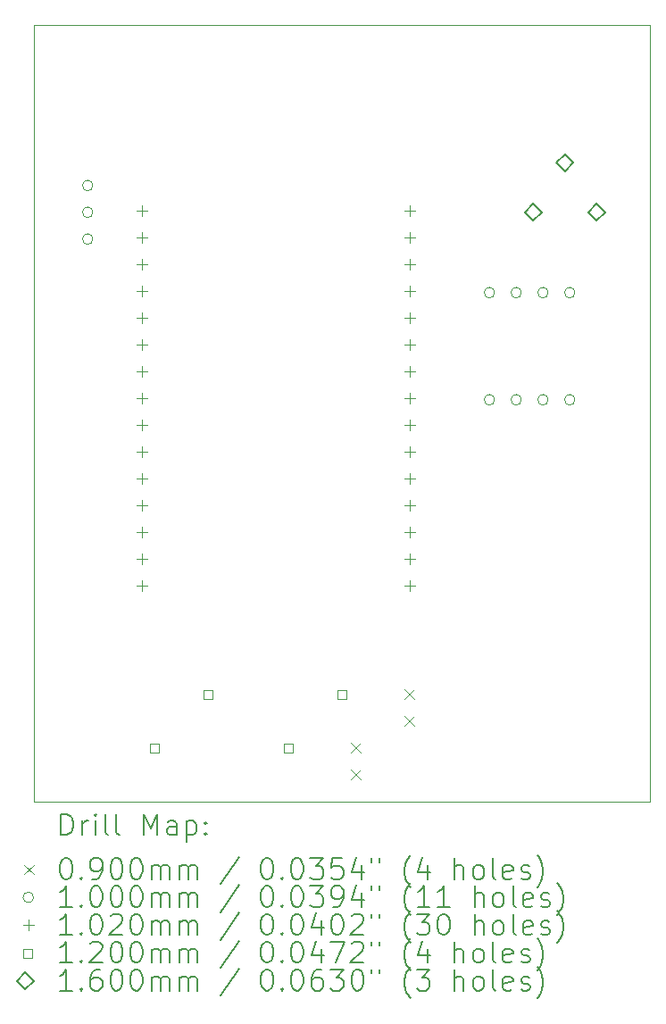
<source format=gbr>
%TF.GenerationSoftware,KiCad,Pcbnew,7.0.8*%
%TF.CreationDate,2023-12-01T02:07:00-05:00*%
%TF.ProjectId,Esquema KiCad Proyecto,45737175-656d-4612-904b-694361642050,rev?*%
%TF.SameCoordinates,Original*%
%TF.FileFunction,Drillmap*%
%TF.FilePolarity,Positive*%
%FSLAX45Y45*%
G04 Gerber Fmt 4.5, Leading zero omitted, Abs format (unit mm)*
G04 Created by KiCad (PCBNEW 7.0.8) date 2023-12-01 02:07:00*
%MOMM*%
%LPD*%
G01*
G04 APERTURE LIST*
%ADD10C,0.100000*%
%ADD11C,0.200000*%
%ADD12C,0.090000*%
%ADD13C,0.102000*%
%ADD14C,0.120000*%
%ADD15C,0.160000*%
G04 APERTURE END LIST*
D10*
X16764000Y-3556000D02*
X22606000Y-3556000D01*
X22606000Y-10922000D01*
X16764000Y-10922000D01*
X16764000Y-3556000D01*
D11*
D12*
X19767000Y-10369000D02*
X19857000Y-10459000D01*
X19857000Y-10369000D02*
X19767000Y-10459000D01*
X19767000Y-10623000D02*
X19857000Y-10713000D01*
X19857000Y-10623000D02*
X19767000Y-10713000D01*
X20275000Y-9861000D02*
X20365000Y-9951000D01*
X20365000Y-9861000D02*
X20275000Y-9951000D01*
X20275000Y-10115000D02*
X20365000Y-10205000D01*
X20365000Y-10115000D02*
X20275000Y-10205000D01*
D10*
X17322000Y-5080000D02*
G75*
G03*
X17322000Y-5080000I-50000J0D01*
G01*
X17322000Y-5334000D02*
G75*
G03*
X17322000Y-5334000I-50000J0D01*
G01*
X17322000Y-5588000D02*
G75*
G03*
X17322000Y-5588000I-50000J0D01*
G01*
X21132000Y-6096000D02*
G75*
G03*
X21132000Y-6096000I-50000J0D01*
G01*
X21132000Y-7112000D02*
G75*
G03*
X21132000Y-7112000I-50000J0D01*
G01*
X21386000Y-6096000D02*
G75*
G03*
X21386000Y-6096000I-50000J0D01*
G01*
X21386000Y-7112000D02*
G75*
G03*
X21386000Y-7112000I-50000J0D01*
G01*
X21640000Y-6096000D02*
G75*
G03*
X21640000Y-6096000I-50000J0D01*
G01*
X21640000Y-7112000D02*
G75*
G03*
X21640000Y-7112000I-50000J0D01*
G01*
X21894000Y-6096000D02*
G75*
G03*
X21894000Y-6096000I-50000J0D01*
G01*
X21894000Y-7112000D02*
G75*
G03*
X21894000Y-7112000I-50000J0D01*
G01*
D13*
X17783500Y-5267000D02*
X17783500Y-5369000D01*
X17732500Y-5318000D02*
X17834500Y-5318000D01*
X17783500Y-5521000D02*
X17783500Y-5623000D01*
X17732500Y-5572000D02*
X17834500Y-5572000D01*
X17783500Y-5775000D02*
X17783500Y-5877000D01*
X17732500Y-5826000D02*
X17834500Y-5826000D01*
X17783500Y-6029000D02*
X17783500Y-6131000D01*
X17732500Y-6080000D02*
X17834500Y-6080000D01*
X17783500Y-6283000D02*
X17783500Y-6385000D01*
X17732500Y-6334000D02*
X17834500Y-6334000D01*
X17783500Y-6537000D02*
X17783500Y-6639000D01*
X17732500Y-6588000D02*
X17834500Y-6588000D01*
X17783500Y-6791000D02*
X17783500Y-6893000D01*
X17732500Y-6842000D02*
X17834500Y-6842000D01*
X17783500Y-7045000D02*
X17783500Y-7147000D01*
X17732500Y-7096000D02*
X17834500Y-7096000D01*
X17783500Y-7299000D02*
X17783500Y-7401000D01*
X17732500Y-7350000D02*
X17834500Y-7350000D01*
X17783500Y-7553000D02*
X17783500Y-7655000D01*
X17732500Y-7604000D02*
X17834500Y-7604000D01*
X17783500Y-7807000D02*
X17783500Y-7909000D01*
X17732500Y-7858000D02*
X17834500Y-7858000D01*
X17783500Y-8061000D02*
X17783500Y-8163000D01*
X17732500Y-8112000D02*
X17834500Y-8112000D01*
X17783500Y-8315000D02*
X17783500Y-8417000D01*
X17732500Y-8366000D02*
X17834500Y-8366000D01*
X17783500Y-8569000D02*
X17783500Y-8671000D01*
X17732500Y-8620000D02*
X17834500Y-8620000D01*
X17783500Y-8823000D02*
X17783500Y-8925000D01*
X17732500Y-8874000D02*
X17834500Y-8874000D01*
X20323500Y-5267000D02*
X20323500Y-5369000D01*
X20272500Y-5318000D02*
X20374500Y-5318000D01*
X20323500Y-5521000D02*
X20323500Y-5623000D01*
X20272500Y-5572000D02*
X20374500Y-5572000D01*
X20323500Y-5775000D02*
X20323500Y-5877000D01*
X20272500Y-5826000D02*
X20374500Y-5826000D01*
X20323500Y-6029000D02*
X20323500Y-6131000D01*
X20272500Y-6080000D02*
X20374500Y-6080000D01*
X20323500Y-6283000D02*
X20323500Y-6385000D01*
X20272500Y-6334000D02*
X20374500Y-6334000D01*
X20323500Y-6537000D02*
X20323500Y-6639000D01*
X20272500Y-6588000D02*
X20374500Y-6588000D01*
X20323500Y-6791000D02*
X20323500Y-6893000D01*
X20272500Y-6842000D02*
X20374500Y-6842000D01*
X20323500Y-7045000D02*
X20323500Y-7147000D01*
X20272500Y-7096000D02*
X20374500Y-7096000D01*
X20323500Y-7299000D02*
X20323500Y-7401000D01*
X20272500Y-7350000D02*
X20374500Y-7350000D01*
X20323500Y-7553000D02*
X20323500Y-7655000D01*
X20272500Y-7604000D02*
X20374500Y-7604000D01*
X20323500Y-7807000D02*
X20323500Y-7909000D01*
X20272500Y-7858000D02*
X20374500Y-7858000D01*
X20323500Y-8061000D02*
X20323500Y-8163000D01*
X20272500Y-8112000D02*
X20374500Y-8112000D01*
X20323500Y-8315000D02*
X20323500Y-8417000D01*
X20272500Y-8366000D02*
X20374500Y-8366000D01*
X20323500Y-8569000D02*
X20323500Y-8671000D01*
X20272500Y-8620000D02*
X20374500Y-8620000D01*
X20323500Y-8823000D02*
X20323500Y-8925000D01*
X20272500Y-8874000D02*
X20374500Y-8874000D01*
D14*
X17949427Y-10456427D02*
X17949427Y-10371573D01*
X17864573Y-10371573D01*
X17864573Y-10456427D01*
X17949427Y-10456427D01*
X18457427Y-9948427D02*
X18457427Y-9863573D01*
X18372573Y-9863573D01*
X18372573Y-9948427D01*
X18457427Y-9948427D01*
X19219427Y-10456427D02*
X19219427Y-10371573D01*
X19134573Y-10371573D01*
X19134573Y-10456427D01*
X19219427Y-10456427D01*
X19727427Y-9948427D02*
X19727427Y-9863573D01*
X19642573Y-9863573D01*
X19642573Y-9948427D01*
X19727427Y-9948427D01*
D15*
X21498000Y-5414000D02*
X21578000Y-5334000D01*
X21498000Y-5254000D01*
X21418000Y-5334000D01*
X21498000Y-5414000D01*
X21798000Y-4944000D02*
X21878000Y-4864000D01*
X21798000Y-4784000D01*
X21718000Y-4864000D01*
X21798000Y-4944000D01*
X22098000Y-5414000D02*
X22178000Y-5334000D01*
X22098000Y-5254000D01*
X22018000Y-5334000D01*
X22098000Y-5414000D01*
D11*
X17019777Y-11238484D02*
X17019777Y-11038484D01*
X17019777Y-11038484D02*
X17067396Y-11038484D01*
X17067396Y-11038484D02*
X17095967Y-11048008D01*
X17095967Y-11048008D02*
X17115015Y-11067055D01*
X17115015Y-11067055D02*
X17124539Y-11086103D01*
X17124539Y-11086103D02*
X17134063Y-11124198D01*
X17134063Y-11124198D02*
X17134063Y-11152770D01*
X17134063Y-11152770D02*
X17124539Y-11190865D01*
X17124539Y-11190865D02*
X17115015Y-11209912D01*
X17115015Y-11209912D02*
X17095967Y-11228960D01*
X17095967Y-11228960D02*
X17067396Y-11238484D01*
X17067396Y-11238484D02*
X17019777Y-11238484D01*
X17219777Y-11238484D02*
X17219777Y-11105150D01*
X17219777Y-11143246D02*
X17229301Y-11124198D01*
X17229301Y-11124198D02*
X17238824Y-11114674D01*
X17238824Y-11114674D02*
X17257872Y-11105150D01*
X17257872Y-11105150D02*
X17276920Y-11105150D01*
X17343586Y-11238484D02*
X17343586Y-11105150D01*
X17343586Y-11038484D02*
X17334063Y-11048008D01*
X17334063Y-11048008D02*
X17343586Y-11057531D01*
X17343586Y-11057531D02*
X17353110Y-11048008D01*
X17353110Y-11048008D02*
X17343586Y-11038484D01*
X17343586Y-11038484D02*
X17343586Y-11057531D01*
X17467396Y-11238484D02*
X17448348Y-11228960D01*
X17448348Y-11228960D02*
X17438824Y-11209912D01*
X17438824Y-11209912D02*
X17438824Y-11038484D01*
X17572158Y-11238484D02*
X17553110Y-11228960D01*
X17553110Y-11228960D02*
X17543586Y-11209912D01*
X17543586Y-11209912D02*
X17543586Y-11038484D01*
X17800729Y-11238484D02*
X17800729Y-11038484D01*
X17800729Y-11038484D02*
X17867396Y-11181341D01*
X17867396Y-11181341D02*
X17934063Y-11038484D01*
X17934063Y-11038484D02*
X17934063Y-11238484D01*
X18115015Y-11238484D02*
X18115015Y-11133722D01*
X18115015Y-11133722D02*
X18105491Y-11114674D01*
X18105491Y-11114674D02*
X18086444Y-11105150D01*
X18086444Y-11105150D02*
X18048348Y-11105150D01*
X18048348Y-11105150D02*
X18029301Y-11114674D01*
X18115015Y-11228960D02*
X18095967Y-11238484D01*
X18095967Y-11238484D02*
X18048348Y-11238484D01*
X18048348Y-11238484D02*
X18029301Y-11228960D01*
X18029301Y-11228960D02*
X18019777Y-11209912D01*
X18019777Y-11209912D02*
X18019777Y-11190865D01*
X18019777Y-11190865D02*
X18029301Y-11171817D01*
X18029301Y-11171817D02*
X18048348Y-11162293D01*
X18048348Y-11162293D02*
X18095967Y-11162293D01*
X18095967Y-11162293D02*
X18115015Y-11152770D01*
X18210253Y-11105150D02*
X18210253Y-11305150D01*
X18210253Y-11114674D02*
X18229301Y-11105150D01*
X18229301Y-11105150D02*
X18267396Y-11105150D01*
X18267396Y-11105150D02*
X18286444Y-11114674D01*
X18286444Y-11114674D02*
X18295967Y-11124198D01*
X18295967Y-11124198D02*
X18305491Y-11143246D01*
X18305491Y-11143246D02*
X18305491Y-11200388D01*
X18305491Y-11200388D02*
X18295967Y-11219436D01*
X18295967Y-11219436D02*
X18286444Y-11228960D01*
X18286444Y-11228960D02*
X18267396Y-11238484D01*
X18267396Y-11238484D02*
X18229301Y-11238484D01*
X18229301Y-11238484D02*
X18210253Y-11228960D01*
X18391205Y-11219436D02*
X18400729Y-11228960D01*
X18400729Y-11228960D02*
X18391205Y-11238484D01*
X18391205Y-11238484D02*
X18381682Y-11228960D01*
X18381682Y-11228960D02*
X18391205Y-11219436D01*
X18391205Y-11219436D02*
X18391205Y-11238484D01*
X18391205Y-11114674D02*
X18400729Y-11124198D01*
X18400729Y-11124198D02*
X18391205Y-11133722D01*
X18391205Y-11133722D02*
X18381682Y-11124198D01*
X18381682Y-11124198D02*
X18391205Y-11114674D01*
X18391205Y-11114674D02*
X18391205Y-11133722D01*
D12*
X16669000Y-11522000D02*
X16759000Y-11612000D01*
X16759000Y-11522000D02*
X16669000Y-11612000D01*
D11*
X17057872Y-11458484D02*
X17076920Y-11458484D01*
X17076920Y-11458484D02*
X17095967Y-11468008D01*
X17095967Y-11468008D02*
X17105491Y-11477531D01*
X17105491Y-11477531D02*
X17115015Y-11496579D01*
X17115015Y-11496579D02*
X17124539Y-11534674D01*
X17124539Y-11534674D02*
X17124539Y-11582293D01*
X17124539Y-11582293D02*
X17115015Y-11620388D01*
X17115015Y-11620388D02*
X17105491Y-11639436D01*
X17105491Y-11639436D02*
X17095967Y-11648960D01*
X17095967Y-11648960D02*
X17076920Y-11658484D01*
X17076920Y-11658484D02*
X17057872Y-11658484D01*
X17057872Y-11658484D02*
X17038824Y-11648960D01*
X17038824Y-11648960D02*
X17029301Y-11639436D01*
X17029301Y-11639436D02*
X17019777Y-11620388D01*
X17019777Y-11620388D02*
X17010253Y-11582293D01*
X17010253Y-11582293D02*
X17010253Y-11534674D01*
X17010253Y-11534674D02*
X17019777Y-11496579D01*
X17019777Y-11496579D02*
X17029301Y-11477531D01*
X17029301Y-11477531D02*
X17038824Y-11468008D01*
X17038824Y-11468008D02*
X17057872Y-11458484D01*
X17210253Y-11639436D02*
X17219777Y-11648960D01*
X17219777Y-11648960D02*
X17210253Y-11658484D01*
X17210253Y-11658484D02*
X17200729Y-11648960D01*
X17200729Y-11648960D02*
X17210253Y-11639436D01*
X17210253Y-11639436D02*
X17210253Y-11658484D01*
X17315015Y-11658484D02*
X17353110Y-11658484D01*
X17353110Y-11658484D02*
X17372158Y-11648960D01*
X17372158Y-11648960D02*
X17381682Y-11639436D01*
X17381682Y-11639436D02*
X17400729Y-11610865D01*
X17400729Y-11610865D02*
X17410253Y-11572769D01*
X17410253Y-11572769D02*
X17410253Y-11496579D01*
X17410253Y-11496579D02*
X17400729Y-11477531D01*
X17400729Y-11477531D02*
X17391205Y-11468008D01*
X17391205Y-11468008D02*
X17372158Y-11458484D01*
X17372158Y-11458484D02*
X17334063Y-11458484D01*
X17334063Y-11458484D02*
X17315015Y-11468008D01*
X17315015Y-11468008D02*
X17305491Y-11477531D01*
X17305491Y-11477531D02*
X17295967Y-11496579D01*
X17295967Y-11496579D02*
X17295967Y-11544198D01*
X17295967Y-11544198D02*
X17305491Y-11563246D01*
X17305491Y-11563246D02*
X17315015Y-11572769D01*
X17315015Y-11572769D02*
X17334063Y-11582293D01*
X17334063Y-11582293D02*
X17372158Y-11582293D01*
X17372158Y-11582293D02*
X17391205Y-11572769D01*
X17391205Y-11572769D02*
X17400729Y-11563246D01*
X17400729Y-11563246D02*
X17410253Y-11544198D01*
X17534063Y-11458484D02*
X17553110Y-11458484D01*
X17553110Y-11458484D02*
X17572158Y-11468008D01*
X17572158Y-11468008D02*
X17581682Y-11477531D01*
X17581682Y-11477531D02*
X17591205Y-11496579D01*
X17591205Y-11496579D02*
X17600729Y-11534674D01*
X17600729Y-11534674D02*
X17600729Y-11582293D01*
X17600729Y-11582293D02*
X17591205Y-11620388D01*
X17591205Y-11620388D02*
X17581682Y-11639436D01*
X17581682Y-11639436D02*
X17572158Y-11648960D01*
X17572158Y-11648960D02*
X17553110Y-11658484D01*
X17553110Y-11658484D02*
X17534063Y-11658484D01*
X17534063Y-11658484D02*
X17515015Y-11648960D01*
X17515015Y-11648960D02*
X17505491Y-11639436D01*
X17505491Y-11639436D02*
X17495967Y-11620388D01*
X17495967Y-11620388D02*
X17486444Y-11582293D01*
X17486444Y-11582293D02*
X17486444Y-11534674D01*
X17486444Y-11534674D02*
X17495967Y-11496579D01*
X17495967Y-11496579D02*
X17505491Y-11477531D01*
X17505491Y-11477531D02*
X17515015Y-11468008D01*
X17515015Y-11468008D02*
X17534063Y-11458484D01*
X17724539Y-11458484D02*
X17743586Y-11458484D01*
X17743586Y-11458484D02*
X17762634Y-11468008D01*
X17762634Y-11468008D02*
X17772158Y-11477531D01*
X17772158Y-11477531D02*
X17781682Y-11496579D01*
X17781682Y-11496579D02*
X17791205Y-11534674D01*
X17791205Y-11534674D02*
X17791205Y-11582293D01*
X17791205Y-11582293D02*
X17781682Y-11620388D01*
X17781682Y-11620388D02*
X17772158Y-11639436D01*
X17772158Y-11639436D02*
X17762634Y-11648960D01*
X17762634Y-11648960D02*
X17743586Y-11658484D01*
X17743586Y-11658484D02*
X17724539Y-11658484D01*
X17724539Y-11658484D02*
X17705491Y-11648960D01*
X17705491Y-11648960D02*
X17695967Y-11639436D01*
X17695967Y-11639436D02*
X17686444Y-11620388D01*
X17686444Y-11620388D02*
X17676920Y-11582293D01*
X17676920Y-11582293D02*
X17676920Y-11534674D01*
X17676920Y-11534674D02*
X17686444Y-11496579D01*
X17686444Y-11496579D02*
X17695967Y-11477531D01*
X17695967Y-11477531D02*
X17705491Y-11468008D01*
X17705491Y-11468008D02*
X17724539Y-11458484D01*
X17876920Y-11658484D02*
X17876920Y-11525150D01*
X17876920Y-11544198D02*
X17886444Y-11534674D01*
X17886444Y-11534674D02*
X17905491Y-11525150D01*
X17905491Y-11525150D02*
X17934063Y-11525150D01*
X17934063Y-11525150D02*
X17953110Y-11534674D01*
X17953110Y-11534674D02*
X17962634Y-11553722D01*
X17962634Y-11553722D02*
X17962634Y-11658484D01*
X17962634Y-11553722D02*
X17972158Y-11534674D01*
X17972158Y-11534674D02*
X17991205Y-11525150D01*
X17991205Y-11525150D02*
X18019777Y-11525150D01*
X18019777Y-11525150D02*
X18038825Y-11534674D01*
X18038825Y-11534674D02*
X18048348Y-11553722D01*
X18048348Y-11553722D02*
X18048348Y-11658484D01*
X18143586Y-11658484D02*
X18143586Y-11525150D01*
X18143586Y-11544198D02*
X18153110Y-11534674D01*
X18153110Y-11534674D02*
X18172158Y-11525150D01*
X18172158Y-11525150D02*
X18200729Y-11525150D01*
X18200729Y-11525150D02*
X18219777Y-11534674D01*
X18219777Y-11534674D02*
X18229301Y-11553722D01*
X18229301Y-11553722D02*
X18229301Y-11658484D01*
X18229301Y-11553722D02*
X18238825Y-11534674D01*
X18238825Y-11534674D02*
X18257872Y-11525150D01*
X18257872Y-11525150D02*
X18286444Y-11525150D01*
X18286444Y-11525150D02*
X18305491Y-11534674D01*
X18305491Y-11534674D02*
X18315015Y-11553722D01*
X18315015Y-11553722D02*
X18315015Y-11658484D01*
X18705491Y-11448960D02*
X18534063Y-11706103D01*
X18962634Y-11458484D02*
X18981682Y-11458484D01*
X18981682Y-11458484D02*
X19000729Y-11468008D01*
X19000729Y-11468008D02*
X19010253Y-11477531D01*
X19010253Y-11477531D02*
X19019777Y-11496579D01*
X19019777Y-11496579D02*
X19029301Y-11534674D01*
X19029301Y-11534674D02*
X19029301Y-11582293D01*
X19029301Y-11582293D02*
X19019777Y-11620388D01*
X19019777Y-11620388D02*
X19010253Y-11639436D01*
X19010253Y-11639436D02*
X19000729Y-11648960D01*
X19000729Y-11648960D02*
X18981682Y-11658484D01*
X18981682Y-11658484D02*
X18962634Y-11658484D01*
X18962634Y-11658484D02*
X18943587Y-11648960D01*
X18943587Y-11648960D02*
X18934063Y-11639436D01*
X18934063Y-11639436D02*
X18924539Y-11620388D01*
X18924539Y-11620388D02*
X18915015Y-11582293D01*
X18915015Y-11582293D02*
X18915015Y-11534674D01*
X18915015Y-11534674D02*
X18924539Y-11496579D01*
X18924539Y-11496579D02*
X18934063Y-11477531D01*
X18934063Y-11477531D02*
X18943587Y-11468008D01*
X18943587Y-11468008D02*
X18962634Y-11458484D01*
X19115015Y-11639436D02*
X19124539Y-11648960D01*
X19124539Y-11648960D02*
X19115015Y-11658484D01*
X19115015Y-11658484D02*
X19105491Y-11648960D01*
X19105491Y-11648960D02*
X19115015Y-11639436D01*
X19115015Y-11639436D02*
X19115015Y-11658484D01*
X19248348Y-11458484D02*
X19267396Y-11458484D01*
X19267396Y-11458484D02*
X19286444Y-11468008D01*
X19286444Y-11468008D02*
X19295968Y-11477531D01*
X19295968Y-11477531D02*
X19305491Y-11496579D01*
X19305491Y-11496579D02*
X19315015Y-11534674D01*
X19315015Y-11534674D02*
X19315015Y-11582293D01*
X19315015Y-11582293D02*
X19305491Y-11620388D01*
X19305491Y-11620388D02*
X19295968Y-11639436D01*
X19295968Y-11639436D02*
X19286444Y-11648960D01*
X19286444Y-11648960D02*
X19267396Y-11658484D01*
X19267396Y-11658484D02*
X19248348Y-11658484D01*
X19248348Y-11658484D02*
X19229301Y-11648960D01*
X19229301Y-11648960D02*
X19219777Y-11639436D01*
X19219777Y-11639436D02*
X19210253Y-11620388D01*
X19210253Y-11620388D02*
X19200729Y-11582293D01*
X19200729Y-11582293D02*
X19200729Y-11534674D01*
X19200729Y-11534674D02*
X19210253Y-11496579D01*
X19210253Y-11496579D02*
X19219777Y-11477531D01*
X19219777Y-11477531D02*
X19229301Y-11468008D01*
X19229301Y-11468008D02*
X19248348Y-11458484D01*
X19381682Y-11458484D02*
X19505491Y-11458484D01*
X19505491Y-11458484D02*
X19438825Y-11534674D01*
X19438825Y-11534674D02*
X19467396Y-11534674D01*
X19467396Y-11534674D02*
X19486444Y-11544198D01*
X19486444Y-11544198D02*
X19495968Y-11553722D01*
X19495968Y-11553722D02*
X19505491Y-11572769D01*
X19505491Y-11572769D02*
X19505491Y-11620388D01*
X19505491Y-11620388D02*
X19495968Y-11639436D01*
X19495968Y-11639436D02*
X19486444Y-11648960D01*
X19486444Y-11648960D02*
X19467396Y-11658484D01*
X19467396Y-11658484D02*
X19410253Y-11658484D01*
X19410253Y-11658484D02*
X19391206Y-11648960D01*
X19391206Y-11648960D02*
X19381682Y-11639436D01*
X19686444Y-11458484D02*
X19591206Y-11458484D01*
X19591206Y-11458484D02*
X19581682Y-11553722D01*
X19581682Y-11553722D02*
X19591206Y-11544198D01*
X19591206Y-11544198D02*
X19610253Y-11534674D01*
X19610253Y-11534674D02*
X19657872Y-11534674D01*
X19657872Y-11534674D02*
X19676920Y-11544198D01*
X19676920Y-11544198D02*
X19686444Y-11553722D01*
X19686444Y-11553722D02*
X19695968Y-11572769D01*
X19695968Y-11572769D02*
X19695968Y-11620388D01*
X19695968Y-11620388D02*
X19686444Y-11639436D01*
X19686444Y-11639436D02*
X19676920Y-11648960D01*
X19676920Y-11648960D02*
X19657872Y-11658484D01*
X19657872Y-11658484D02*
X19610253Y-11658484D01*
X19610253Y-11658484D02*
X19591206Y-11648960D01*
X19591206Y-11648960D02*
X19581682Y-11639436D01*
X19867396Y-11525150D02*
X19867396Y-11658484D01*
X19819777Y-11448960D02*
X19772158Y-11591817D01*
X19772158Y-11591817D02*
X19895968Y-11591817D01*
X19962634Y-11458484D02*
X19962634Y-11496579D01*
X20038825Y-11458484D02*
X20038825Y-11496579D01*
X20334063Y-11734674D02*
X20324539Y-11725150D01*
X20324539Y-11725150D02*
X20305491Y-11696579D01*
X20305491Y-11696579D02*
X20295968Y-11677531D01*
X20295968Y-11677531D02*
X20286444Y-11648960D01*
X20286444Y-11648960D02*
X20276920Y-11601341D01*
X20276920Y-11601341D02*
X20276920Y-11563246D01*
X20276920Y-11563246D02*
X20286444Y-11515627D01*
X20286444Y-11515627D02*
X20295968Y-11487055D01*
X20295968Y-11487055D02*
X20305491Y-11468008D01*
X20305491Y-11468008D02*
X20324539Y-11439436D01*
X20324539Y-11439436D02*
X20334063Y-11429912D01*
X20495968Y-11525150D02*
X20495968Y-11658484D01*
X20448349Y-11448960D02*
X20400730Y-11591817D01*
X20400730Y-11591817D02*
X20524539Y-11591817D01*
X20753111Y-11658484D02*
X20753111Y-11458484D01*
X20838825Y-11658484D02*
X20838825Y-11553722D01*
X20838825Y-11553722D02*
X20829301Y-11534674D01*
X20829301Y-11534674D02*
X20810253Y-11525150D01*
X20810253Y-11525150D02*
X20781682Y-11525150D01*
X20781682Y-11525150D02*
X20762634Y-11534674D01*
X20762634Y-11534674D02*
X20753111Y-11544198D01*
X20962634Y-11658484D02*
X20943587Y-11648960D01*
X20943587Y-11648960D02*
X20934063Y-11639436D01*
X20934063Y-11639436D02*
X20924539Y-11620388D01*
X20924539Y-11620388D02*
X20924539Y-11563246D01*
X20924539Y-11563246D02*
X20934063Y-11544198D01*
X20934063Y-11544198D02*
X20943587Y-11534674D01*
X20943587Y-11534674D02*
X20962634Y-11525150D01*
X20962634Y-11525150D02*
X20991206Y-11525150D01*
X20991206Y-11525150D02*
X21010253Y-11534674D01*
X21010253Y-11534674D02*
X21019777Y-11544198D01*
X21019777Y-11544198D02*
X21029301Y-11563246D01*
X21029301Y-11563246D02*
X21029301Y-11620388D01*
X21029301Y-11620388D02*
X21019777Y-11639436D01*
X21019777Y-11639436D02*
X21010253Y-11648960D01*
X21010253Y-11648960D02*
X20991206Y-11658484D01*
X20991206Y-11658484D02*
X20962634Y-11658484D01*
X21143587Y-11658484D02*
X21124539Y-11648960D01*
X21124539Y-11648960D02*
X21115015Y-11629912D01*
X21115015Y-11629912D02*
X21115015Y-11458484D01*
X21295968Y-11648960D02*
X21276920Y-11658484D01*
X21276920Y-11658484D02*
X21238825Y-11658484D01*
X21238825Y-11658484D02*
X21219777Y-11648960D01*
X21219777Y-11648960D02*
X21210253Y-11629912D01*
X21210253Y-11629912D02*
X21210253Y-11553722D01*
X21210253Y-11553722D02*
X21219777Y-11534674D01*
X21219777Y-11534674D02*
X21238825Y-11525150D01*
X21238825Y-11525150D02*
X21276920Y-11525150D01*
X21276920Y-11525150D02*
X21295968Y-11534674D01*
X21295968Y-11534674D02*
X21305492Y-11553722D01*
X21305492Y-11553722D02*
X21305492Y-11572769D01*
X21305492Y-11572769D02*
X21210253Y-11591817D01*
X21381682Y-11648960D02*
X21400730Y-11658484D01*
X21400730Y-11658484D02*
X21438825Y-11658484D01*
X21438825Y-11658484D02*
X21457873Y-11648960D01*
X21457873Y-11648960D02*
X21467396Y-11629912D01*
X21467396Y-11629912D02*
X21467396Y-11620388D01*
X21467396Y-11620388D02*
X21457873Y-11601341D01*
X21457873Y-11601341D02*
X21438825Y-11591817D01*
X21438825Y-11591817D02*
X21410253Y-11591817D01*
X21410253Y-11591817D02*
X21391206Y-11582293D01*
X21391206Y-11582293D02*
X21381682Y-11563246D01*
X21381682Y-11563246D02*
X21381682Y-11553722D01*
X21381682Y-11553722D02*
X21391206Y-11534674D01*
X21391206Y-11534674D02*
X21410253Y-11525150D01*
X21410253Y-11525150D02*
X21438825Y-11525150D01*
X21438825Y-11525150D02*
X21457873Y-11534674D01*
X21534063Y-11734674D02*
X21543587Y-11725150D01*
X21543587Y-11725150D02*
X21562634Y-11696579D01*
X21562634Y-11696579D02*
X21572158Y-11677531D01*
X21572158Y-11677531D02*
X21581682Y-11648960D01*
X21581682Y-11648960D02*
X21591206Y-11601341D01*
X21591206Y-11601341D02*
X21591206Y-11563246D01*
X21591206Y-11563246D02*
X21581682Y-11515627D01*
X21581682Y-11515627D02*
X21572158Y-11487055D01*
X21572158Y-11487055D02*
X21562634Y-11468008D01*
X21562634Y-11468008D02*
X21543587Y-11439436D01*
X21543587Y-11439436D02*
X21534063Y-11429912D01*
D10*
X16759000Y-11831000D02*
G75*
G03*
X16759000Y-11831000I-50000J0D01*
G01*
D11*
X17124539Y-11922484D02*
X17010253Y-11922484D01*
X17067396Y-11922484D02*
X17067396Y-11722484D01*
X17067396Y-11722484D02*
X17048348Y-11751055D01*
X17048348Y-11751055D02*
X17029301Y-11770103D01*
X17029301Y-11770103D02*
X17010253Y-11779627D01*
X17210253Y-11903436D02*
X17219777Y-11912960D01*
X17219777Y-11912960D02*
X17210253Y-11922484D01*
X17210253Y-11922484D02*
X17200729Y-11912960D01*
X17200729Y-11912960D02*
X17210253Y-11903436D01*
X17210253Y-11903436D02*
X17210253Y-11922484D01*
X17343586Y-11722484D02*
X17362634Y-11722484D01*
X17362634Y-11722484D02*
X17381682Y-11732008D01*
X17381682Y-11732008D02*
X17391205Y-11741531D01*
X17391205Y-11741531D02*
X17400729Y-11760579D01*
X17400729Y-11760579D02*
X17410253Y-11798674D01*
X17410253Y-11798674D02*
X17410253Y-11846293D01*
X17410253Y-11846293D02*
X17400729Y-11884388D01*
X17400729Y-11884388D02*
X17391205Y-11903436D01*
X17391205Y-11903436D02*
X17381682Y-11912960D01*
X17381682Y-11912960D02*
X17362634Y-11922484D01*
X17362634Y-11922484D02*
X17343586Y-11922484D01*
X17343586Y-11922484D02*
X17324539Y-11912960D01*
X17324539Y-11912960D02*
X17315015Y-11903436D01*
X17315015Y-11903436D02*
X17305491Y-11884388D01*
X17305491Y-11884388D02*
X17295967Y-11846293D01*
X17295967Y-11846293D02*
X17295967Y-11798674D01*
X17295967Y-11798674D02*
X17305491Y-11760579D01*
X17305491Y-11760579D02*
X17315015Y-11741531D01*
X17315015Y-11741531D02*
X17324539Y-11732008D01*
X17324539Y-11732008D02*
X17343586Y-11722484D01*
X17534063Y-11722484D02*
X17553110Y-11722484D01*
X17553110Y-11722484D02*
X17572158Y-11732008D01*
X17572158Y-11732008D02*
X17581682Y-11741531D01*
X17581682Y-11741531D02*
X17591205Y-11760579D01*
X17591205Y-11760579D02*
X17600729Y-11798674D01*
X17600729Y-11798674D02*
X17600729Y-11846293D01*
X17600729Y-11846293D02*
X17591205Y-11884388D01*
X17591205Y-11884388D02*
X17581682Y-11903436D01*
X17581682Y-11903436D02*
X17572158Y-11912960D01*
X17572158Y-11912960D02*
X17553110Y-11922484D01*
X17553110Y-11922484D02*
X17534063Y-11922484D01*
X17534063Y-11922484D02*
X17515015Y-11912960D01*
X17515015Y-11912960D02*
X17505491Y-11903436D01*
X17505491Y-11903436D02*
X17495967Y-11884388D01*
X17495967Y-11884388D02*
X17486444Y-11846293D01*
X17486444Y-11846293D02*
X17486444Y-11798674D01*
X17486444Y-11798674D02*
X17495967Y-11760579D01*
X17495967Y-11760579D02*
X17505491Y-11741531D01*
X17505491Y-11741531D02*
X17515015Y-11732008D01*
X17515015Y-11732008D02*
X17534063Y-11722484D01*
X17724539Y-11722484D02*
X17743586Y-11722484D01*
X17743586Y-11722484D02*
X17762634Y-11732008D01*
X17762634Y-11732008D02*
X17772158Y-11741531D01*
X17772158Y-11741531D02*
X17781682Y-11760579D01*
X17781682Y-11760579D02*
X17791205Y-11798674D01*
X17791205Y-11798674D02*
X17791205Y-11846293D01*
X17791205Y-11846293D02*
X17781682Y-11884388D01*
X17781682Y-11884388D02*
X17772158Y-11903436D01*
X17772158Y-11903436D02*
X17762634Y-11912960D01*
X17762634Y-11912960D02*
X17743586Y-11922484D01*
X17743586Y-11922484D02*
X17724539Y-11922484D01*
X17724539Y-11922484D02*
X17705491Y-11912960D01*
X17705491Y-11912960D02*
X17695967Y-11903436D01*
X17695967Y-11903436D02*
X17686444Y-11884388D01*
X17686444Y-11884388D02*
X17676920Y-11846293D01*
X17676920Y-11846293D02*
X17676920Y-11798674D01*
X17676920Y-11798674D02*
X17686444Y-11760579D01*
X17686444Y-11760579D02*
X17695967Y-11741531D01*
X17695967Y-11741531D02*
X17705491Y-11732008D01*
X17705491Y-11732008D02*
X17724539Y-11722484D01*
X17876920Y-11922484D02*
X17876920Y-11789150D01*
X17876920Y-11808198D02*
X17886444Y-11798674D01*
X17886444Y-11798674D02*
X17905491Y-11789150D01*
X17905491Y-11789150D02*
X17934063Y-11789150D01*
X17934063Y-11789150D02*
X17953110Y-11798674D01*
X17953110Y-11798674D02*
X17962634Y-11817722D01*
X17962634Y-11817722D02*
X17962634Y-11922484D01*
X17962634Y-11817722D02*
X17972158Y-11798674D01*
X17972158Y-11798674D02*
X17991205Y-11789150D01*
X17991205Y-11789150D02*
X18019777Y-11789150D01*
X18019777Y-11789150D02*
X18038825Y-11798674D01*
X18038825Y-11798674D02*
X18048348Y-11817722D01*
X18048348Y-11817722D02*
X18048348Y-11922484D01*
X18143586Y-11922484D02*
X18143586Y-11789150D01*
X18143586Y-11808198D02*
X18153110Y-11798674D01*
X18153110Y-11798674D02*
X18172158Y-11789150D01*
X18172158Y-11789150D02*
X18200729Y-11789150D01*
X18200729Y-11789150D02*
X18219777Y-11798674D01*
X18219777Y-11798674D02*
X18229301Y-11817722D01*
X18229301Y-11817722D02*
X18229301Y-11922484D01*
X18229301Y-11817722D02*
X18238825Y-11798674D01*
X18238825Y-11798674D02*
X18257872Y-11789150D01*
X18257872Y-11789150D02*
X18286444Y-11789150D01*
X18286444Y-11789150D02*
X18305491Y-11798674D01*
X18305491Y-11798674D02*
X18315015Y-11817722D01*
X18315015Y-11817722D02*
X18315015Y-11922484D01*
X18705491Y-11712960D02*
X18534063Y-11970103D01*
X18962634Y-11722484D02*
X18981682Y-11722484D01*
X18981682Y-11722484D02*
X19000729Y-11732008D01*
X19000729Y-11732008D02*
X19010253Y-11741531D01*
X19010253Y-11741531D02*
X19019777Y-11760579D01*
X19019777Y-11760579D02*
X19029301Y-11798674D01*
X19029301Y-11798674D02*
X19029301Y-11846293D01*
X19029301Y-11846293D02*
X19019777Y-11884388D01*
X19019777Y-11884388D02*
X19010253Y-11903436D01*
X19010253Y-11903436D02*
X19000729Y-11912960D01*
X19000729Y-11912960D02*
X18981682Y-11922484D01*
X18981682Y-11922484D02*
X18962634Y-11922484D01*
X18962634Y-11922484D02*
X18943587Y-11912960D01*
X18943587Y-11912960D02*
X18934063Y-11903436D01*
X18934063Y-11903436D02*
X18924539Y-11884388D01*
X18924539Y-11884388D02*
X18915015Y-11846293D01*
X18915015Y-11846293D02*
X18915015Y-11798674D01*
X18915015Y-11798674D02*
X18924539Y-11760579D01*
X18924539Y-11760579D02*
X18934063Y-11741531D01*
X18934063Y-11741531D02*
X18943587Y-11732008D01*
X18943587Y-11732008D02*
X18962634Y-11722484D01*
X19115015Y-11903436D02*
X19124539Y-11912960D01*
X19124539Y-11912960D02*
X19115015Y-11922484D01*
X19115015Y-11922484D02*
X19105491Y-11912960D01*
X19105491Y-11912960D02*
X19115015Y-11903436D01*
X19115015Y-11903436D02*
X19115015Y-11922484D01*
X19248348Y-11722484D02*
X19267396Y-11722484D01*
X19267396Y-11722484D02*
X19286444Y-11732008D01*
X19286444Y-11732008D02*
X19295968Y-11741531D01*
X19295968Y-11741531D02*
X19305491Y-11760579D01*
X19305491Y-11760579D02*
X19315015Y-11798674D01*
X19315015Y-11798674D02*
X19315015Y-11846293D01*
X19315015Y-11846293D02*
X19305491Y-11884388D01*
X19305491Y-11884388D02*
X19295968Y-11903436D01*
X19295968Y-11903436D02*
X19286444Y-11912960D01*
X19286444Y-11912960D02*
X19267396Y-11922484D01*
X19267396Y-11922484D02*
X19248348Y-11922484D01*
X19248348Y-11922484D02*
X19229301Y-11912960D01*
X19229301Y-11912960D02*
X19219777Y-11903436D01*
X19219777Y-11903436D02*
X19210253Y-11884388D01*
X19210253Y-11884388D02*
X19200729Y-11846293D01*
X19200729Y-11846293D02*
X19200729Y-11798674D01*
X19200729Y-11798674D02*
X19210253Y-11760579D01*
X19210253Y-11760579D02*
X19219777Y-11741531D01*
X19219777Y-11741531D02*
X19229301Y-11732008D01*
X19229301Y-11732008D02*
X19248348Y-11722484D01*
X19381682Y-11722484D02*
X19505491Y-11722484D01*
X19505491Y-11722484D02*
X19438825Y-11798674D01*
X19438825Y-11798674D02*
X19467396Y-11798674D01*
X19467396Y-11798674D02*
X19486444Y-11808198D01*
X19486444Y-11808198D02*
X19495968Y-11817722D01*
X19495968Y-11817722D02*
X19505491Y-11836769D01*
X19505491Y-11836769D02*
X19505491Y-11884388D01*
X19505491Y-11884388D02*
X19495968Y-11903436D01*
X19495968Y-11903436D02*
X19486444Y-11912960D01*
X19486444Y-11912960D02*
X19467396Y-11922484D01*
X19467396Y-11922484D02*
X19410253Y-11922484D01*
X19410253Y-11922484D02*
X19391206Y-11912960D01*
X19391206Y-11912960D02*
X19381682Y-11903436D01*
X19600729Y-11922484D02*
X19638825Y-11922484D01*
X19638825Y-11922484D02*
X19657872Y-11912960D01*
X19657872Y-11912960D02*
X19667396Y-11903436D01*
X19667396Y-11903436D02*
X19686444Y-11874865D01*
X19686444Y-11874865D02*
X19695968Y-11836769D01*
X19695968Y-11836769D02*
X19695968Y-11760579D01*
X19695968Y-11760579D02*
X19686444Y-11741531D01*
X19686444Y-11741531D02*
X19676920Y-11732008D01*
X19676920Y-11732008D02*
X19657872Y-11722484D01*
X19657872Y-11722484D02*
X19619777Y-11722484D01*
X19619777Y-11722484D02*
X19600729Y-11732008D01*
X19600729Y-11732008D02*
X19591206Y-11741531D01*
X19591206Y-11741531D02*
X19581682Y-11760579D01*
X19581682Y-11760579D02*
X19581682Y-11808198D01*
X19581682Y-11808198D02*
X19591206Y-11827246D01*
X19591206Y-11827246D02*
X19600729Y-11836769D01*
X19600729Y-11836769D02*
X19619777Y-11846293D01*
X19619777Y-11846293D02*
X19657872Y-11846293D01*
X19657872Y-11846293D02*
X19676920Y-11836769D01*
X19676920Y-11836769D02*
X19686444Y-11827246D01*
X19686444Y-11827246D02*
X19695968Y-11808198D01*
X19867396Y-11789150D02*
X19867396Y-11922484D01*
X19819777Y-11712960D02*
X19772158Y-11855817D01*
X19772158Y-11855817D02*
X19895968Y-11855817D01*
X19962634Y-11722484D02*
X19962634Y-11760579D01*
X20038825Y-11722484D02*
X20038825Y-11760579D01*
X20334063Y-11998674D02*
X20324539Y-11989150D01*
X20324539Y-11989150D02*
X20305491Y-11960579D01*
X20305491Y-11960579D02*
X20295968Y-11941531D01*
X20295968Y-11941531D02*
X20286444Y-11912960D01*
X20286444Y-11912960D02*
X20276920Y-11865341D01*
X20276920Y-11865341D02*
X20276920Y-11827246D01*
X20276920Y-11827246D02*
X20286444Y-11779627D01*
X20286444Y-11779627D02*
X20295968Y-11751055D01*
X20295968Y-11751055D02*
X20305491Y-11732008D01*
X20305491Y-11732008D02*
X20324539Y-11703436D01*
X20324539Y-11703436D02*
X20334063Y-11693912D01*
X20515015Y-11922484D02*
X20400730Y-11922484D01*
X20457872Y-11922484D02*
X20457872Y-11722484D01*
X20457872Y-11722484D02*
X20438825Y-11751055D01*
X20438825Y-11751055D02*
X20419777Y-11770103D01*
X20419777Y-11770103D02*
X20400730Y-11779627D01*
X20705491Y-11922484D02*
X20591206Y-11922484D01*
X20648349Y-11922484D02*
X20648349Y-11722484D01*
X20648349Y-11722484D02*
X20629301Y-11751055D01*
X20629301Y-11751055D02*
X20610253Y-11770103D01*
X20610253Y-11770103D02*
X20591206Y-11779627D01*
X20943587Y-11922484D02*
X20943587Y-11722484D01*
X21029301Y-11922484D02*
X21029301Y-11817722D01*
X21029301Y-11817722D02*
X21019777Y-11798674D01*
X21019777Y-11798674D02*
X21000730Y-11789150D01*
X21000730Y-11789150D02*
X20972158Y-11789150D01*
X20972158Y-11789150D02*
X20953111Y-11798674D01*
X20953111Y-11798674D02*
X20943587Y-11808198D01*
X21153111Y-11922484D02*
X21134063Y-11912960D01*
X21134063Y-11912960D02*
X21124539Y-11903436D01*
X21124539Y-11903436D02*
X21115015Y-11884388D01*
X21115015Y-11884388D02*
X21115015Y-11827246D01*
X21115015Y-11827246D02*
X21124539Y-11808198D01*
X21124539Y-11808198D02*
X21134063Y-11798674D01*
X21134063Y-11798674D02*
X21153111Y-11789150D01*
X21153111Y-11789150D02*
X21181682Y-11789150D01*
X21181682Y-11789150D02*
X21200730Y-11798674D01*
X21200730Y-11798674D02*
X21210253Y-11808198D01*
X21210253Y-11808198D02*
X21219777Y-11827246D01*
X21219777Y-11827246D02*
X21219777Y-11884388D01*
X21219777Y-11884388D02*
X21210253Y-11903436D01*
X21210253Y-11903436D02*
X21200730Y-11912960D01*
X21200730Y-11912960D02*
X21181682Y-11922484D01*
X21181682Y-11922484D02*
X21153111Y-11922484D01*
X21334063Y-11922484D02*
X21315015Y-11912960D01*
X21315015Y-11912960D02*
X21305492Y-11893912D01*
X21305492Y-11893912D02*
X21305492Y-11722484D01*
X21486444Y-11912960D02*
X21467396Y-11922484D01*
X21467396Y-11922484D02*
X21429301Y-11922484D01*
X21429301Y-11922484D02*
X21410253Y-11912960D01*
X21410253Y-11912960D02*
X21400730Y-11893912D01*
X21400730Y-11893912D02*
X21400730Y-11817722D01*
X21400730Y-11817722D02*
X21410253Y-11798674D01*
X21410253Y-11798674D02*
X21429301Y-11789150D01*
X21429301Y-11789150D02*
X21467396Y-11789150D01*
X21467396Y-11789150D02*
X21486444Y-11798674D01*
X21486444Y-11798674D02*
X21495968Y-11817722D01*
X21495968Y-11817722D02*
X21495968Y-11836769D01*
X21495968Y-11836769D02*
X21400730Y-11855817D01*
X21572158Y-11912960D02*
X21591206Y-11922484D01*
X21591206Y-11922484D02*
X21629301Y-11922484D01*
X21629301Y-11922484D02*
X21648349Y-11912960D01*
X21648349Y-11912960D02*
X21657873Y-11893912D01*
X21657873Y-11893912D02*
X21657873Y-11884388D01*
X21657873Y-11884388D02*
X21648349Y-11865341D01*
X21648349Y-11865341D02*
X21629301Y-11855817D01*
X21629301Y-11855817D02*
X21600730Y-11855817D01*
X21600730Y-11855817D02*
X21581682Y-11846293D01*
X21581682Y-11846293D02*
X21572158Y-11827246D01*
X21572158Y-11827246D02*
X21572158Y-11817722D01*
X21572158Y-11817722D02*
X21581682Y-11798674D01*
X21581682Y-11798674D02*
X21600730Y-11789150D01*
X21600730Y-11789150D02*
X21629301Y-11789150D01*
X21629301Y-11789150D02*
X21648349Y-11798674D01*
X21724539Y-11998674D02*
X21734063Y-11989150D01*
X21734063Y-11989150D02*
X21753111Y-11960579D01*
X21753111Y-11960579D02*
X21762634Y-11941531D01*
X21762634Y-11941531D02*
X21772158Y-11912960D01*
X21772158Y-11912960D02*
X21781682Y-11865341D01*
X21781682Y-11865341D02*
X21781682Y-11827246D01*
X21781682Y-11827246D02*
X21772158Y-11779627D01*
X21772158Y-11779627D02*
X21762634Y-11751055D01*
X21762634Y-11751055D02*
X21753111Y-11732008D01*
X21753111Y-11732008D02*
X21734063Y-11703436D01*
X21734063Y-11703436D02*
X21724539Y-11693912D01*
D13*
X16708000Y-12044000D02*
X16708000Y-12146000D01*
X16657000Y-12095000D02*
X16759000Y-12095000D01*
D11*
X17124539Y-12186484D02*
X17010253Y-12186484D01*
X17067396Y-12186484D02*
X17067396Y-11986484D01*
X17067396Y-11986484D02*
X17048348Y-12015055D01*
X17048348Y-12015055D02*
X17029301Y-12034103D01*
X17029301Y-12034103D02*
X17010253Y-12043627D01*
X17210253Y-12167436D02*
X17219777Y-12176960D01*
X17219777Y-12176960D02*
X17210253Y-12186484D01*
X17210253Y-12186484D02*
X17200729Y-12176960D01*
X17200729Y-12176960D02*
X17210253Y-12167436D01*
X17210253Y-12167436D02*
X17210253Y-12186484D01*
X17343586Y-11986484D02*
X17362634Y-11986484D01*
X17362634Y-11986484D02*
X17381682Y-11996008D01*
X17381682Y-11996008D02*
X17391205Y-12005531D01*
X17391205Y-12005531D02*
X17400729Y-12024579D01*
X17400729Y-12024579D02*
X17410253Y-12062674D01*
X17410253Y-12062674D02*
X17410253Y-12110293D01*
X17410253Y-12110293D02*
X17400729Y-12148388D01*
X17400729Y-12148388D02*
X17391205Y-12167436D01*
X17391205Y-12167436D02*
X17381682Y-12176960D01*
X17381682Y-12176960D02*
X17362634Y-12186484D01*
X17362634Y-12186484D02*
X17343586Y-12186484D01*
X17343586Y-12186484D02*
X17324539Y-12176960D01*
X17324539Y-12176960D02*
X17315015Y-12167436D01*
X17315015Y-12167436D02*
X17305491Y-12148388D01*
X17305491Y-12148388D02*
X17295967Y-12110293D01*
X17295967Y-12110293D02*
X17295967Y-12062674D01*
X17295967Y-12062674D02*
X17305491Y-12024579D01*
X17305491Y-12024579D02*
X17315015Y-12005531D01*
X17315015Y-12005531D02*
X17324539Y-11996008D01*
X17324539Y-11996008D02*
X17343586Y-11986484D01*
X17486444Y-12005531D02*
X17495967Y-11996008D01*
X17495967Y-11996008D02*
X17515015Y-11986484D01*
X17515015Y-11986484D02*
X17562634Y-11986484D01*
X17562634Y-11986484D02*
X17581682Y-11996008D01*
X17581682Y-11996008D02*
X17591205Y-12005531D01*
X17591205Y-12005531D02*
X17600729Y-12024579D01*
X17600729Y-12024579D02*
X17600729Y-12043627D01*
X17600729Y-12043627D02*
X17591205Y-12072198D01*
X17591205Y-12072198D02*
X17476920Y-12186484D01*
X17476920Y-12186484D02*
X17600729Y-12186484D01*
X17724539Y-11986484D02*
X17743586Y-11986484D01*
X17743586Y-11986484D02*
X17762634Y-11996008D01*
X17762634Y-11996008D02*
X17772158Y-12005531D01*
X17772158Y-12005531D02*
X17781682Y-12024579D01*
X17781682Y-12024579D02*
X17791205Y-12062674D01*
X17791205Y-12062674D02*
X17791205Y-12110293D01*
X17791205Y-12110293D02*
X17781682Y-12148388D01*
X17781682Y-12148388D02*
X17772158Y-12167436D01*
X17772158Y-12167436D02*
X17762634Y-12176960D01*
X17762634Y-12176960D02*
X17743586Y-12186484D01*
X17743586Y-12186484D02*
X17724539Y-12186484D01*
X17724539Y-12186484D02*
X17705491Y-12176960D01*
X17705491Y-12176960D02*
X17695967Y-12167436D01*
X17695967Y-12167436D02*
X17686444Y-12148388D01*
X17686444Y-12148388D02*
X17676920Y-12110293D01*
X17676920Y-12110293D02*
X17676920Y-12062674D01*
X17676920Y-12062674D02*
X17686444Y-12024579D01*
X17686444Y-12024579D02*
X17695967Y-12005531D01*
X17695967Y-12005531D02*
X17705491Y-11996008D01*
X17705491Y-11996008D02*
X17724539Y-11986484D01*
X17876920Y-12186484D02*
X17876920Y-12053150D01*
X17876920Y-12072198D02*
X17886444Y-12062674D01*
X17886444Y-12062674D02*
X17905491Y-12053150D01*
X17905491Y-12053150D02*
X17934063Y-12053150D01*
X17934063Y-12053150D02*
X17953110Y-12062674D01*
X17953110Y-12062674D02*
X17962634Y-12081722D01*
X17962634Y-12081722D02*
X17962634Y-12186484D01*
X17962634Y-12081722D02*
X17972158Y-12062674D01*
X17972158Y-12062674D02*
X17991205Y-12053150D01*
X17991205Y-12053150D02*
X18019777Y-12053150D01*
X18019777Y-12053150D02*
X18038825Y-12062674D01*
X18038825Y-12062674D02*
X18048348Y-12081722D01*
X18048348Y-12081722D02*
X18048348Y-12186484D01*
X18143586Y-12186484D02*
X18143586Y-12053150D01*
X18143586Y-12072198D02*
X18153110Y-12062674D01*
X18153110Y-12062674D02*
X18172158Y-12053150D01*
X18172158Y-12053150D02*
X18200729Y-12053150D01*
X18200729Y-12053150D02*
X18219777Y-12062674D01*
X18219777Y-12062674D02*
X18229301Y-12081722D01*
X18229301Y-12081722D02*
X18229301Y-12186484D01*
X18229301Y-12081722D02*
X18238825Y-12062674D01*
X18238825Y-12062674D02*
X18257872Y-12053150D01*
X18257872Y-12053150D02*
X18286444Y-12053150D01*
X18286444Y-12053150D02*
X18305491Y-12062674D01*
X18305491Y-12062674D02*
X18315015Y-12081722D01*
X18315015Y-12081722D02*
X18315015Y-12186484D01*
X18705491Y-11976960D02*
X18534063Y-12234103D01*
X18962634Y-11986484D02*
X18981682Y-11986484D01*
X18981682Y-11986484D02*
X19000729Y-11996008D01*
X19000729Y-11996008D02*
X19010253Y-12005531D01*
X19010253Y-12005531D02*
X19019777Y-12024579D01*
X19019777Y-12024579D02*
X19029301Y-12062674D01*
X19029301Y-12062674D02*
X19029301Y-12110293D01*
X19029301Y-12110293D02*
X19019777Y-12148388D01*
X19019777Y-12148388D02*
X19010253Y-12167436D01*
X19010253Y-12167436D02*
X19000729Y-12176960D01*
X19000729Y-12176960D02*
X18981682Y-12186484D01*
X18981682Y-12186484D02*
X18962634Y-12186484D01*
X18962634Y-12186484D02*
X18943587Y-12176960D01*
X18943587Y-12176960D02*
X18934063Y-12167436D01*
X18934063Y-12167436D02*
X18924539Y-12148388D01*
X18924539Y-12148388D02*
X18915015Y-12110293D01*
X18915015Y-12110293D02*
X18915015Y-12062674D01*
X18915015Y-12062674D02*
X18924539Y-12024579D01*
X18924539Y-12024579D02*
X18934063Y-12005531D01*
X18934063Y-12005531D02*
X18943587Y-11996008D01*
X18943587Y-11996008D02*
X18962634Y-11986484D01*
X19115015Y-12167436D02*
X19124539Y-12176960D01*
X19124539Y-12176960D02*
X19115015Y-12186484D01*
X19115015Y-12186484D02*
X19105491Y-12176960D01*
X19105491Y-12176960D02*
X19115015Y-12167436D01*
X19115015Y-12167436D02*
X19115015Y-12186484D01*
X19248348Y-11986484D02*
X19267396Y-11986484D01*
X19267396Y-11986484D02*
X19286444Y-11996008D01*
X19286444Y-11996008D02*
X19295968Y-12005531D01*
X19295968Y-12005531D02*
X19305491Y-12024579D01*
X19305491Y-12024579D02*
X19315015Y-12062674D01*
X19315015Y-12062674D02*
X19315015Y-12110293D01*
X19315015Y-12110293D02*
X19305491Y-12148388D01*
X19305491Y-12148388D02*
X19295968Y-12167436D01*
X19295968Y-12167436D02*
X19286444Y-12176960D01*
X19286444Y-12176960D02*
X19267396Y-12186484D01*
X19267396Y-12186484D02*
X19248348Y-12186484D01*
X19248348Y-12186484D02*
X19229301Y-12176960D01*
X19229301Y-12176960D02*
X19219777Y-12167436D01*
X19219777Y-12167436D02*
X19210253Y-12148388D01*
X19210253Y-12148388D02*
X19200729Y-12110293D01*
X19200729Y-12110293D02*
X19200729Y-12062674D01*
X19200729Y-12062674D02*
X19210253Y-12024579D01*
X19210253Y-12024579D02*
X19219777Y-12005531D01*
X19219777Y-12005531D02*
X19229301Y-11996008D01*
X19229301Y-11996008D02*
X19248348Y-11986484D01*
X19486444Y-12053150D02*
X19486444Y-12186484D01*
X19438825Y-11976960D02*
X19391206Y-12119817D01*
X19391206Y-12119817D02*
X19515015Y-12119817D01*
X19629301Y-11986484D02*
X19648349Y-11986484D01*
X19648349Y-11986484D02*
X19667396Y-11996008D01*
X19667396Y-11996008D02*
X19676920Y-12005531D01*
X19676920Y-12005531D02*
X19686444Y-12024579D01*
X19686444Y-12024579D02*
X19695968Y-12062674D01*
X19695968Y-12062674D02*
X19695968Y-12110293D01*
X19695968Y-12110293D02*
X19686444Y-12148388D01*
X19686444Y-12148388D02*
X19676920Y-12167436D01*
X19676920Y-12167436D02*
X19667396Y-12176960D01*
X19667396Y-12176960D02*
X19648349Y-12186484D01*
X19648349Y-12186484D02*
X19629301Y-12186484D01*
X19629301Y-12186484D02*
X19610253Y-12176960D01*
X19610253Y-12176960D02*
X19600729Y-12167436D01*
X19600729Y-12167436D02*
X19591206Y-12148388D01*
X19591206Y-12148388D02*
X19581682Y-12110293D01*
X19581682Y-12110293D02*
X19581682Y-12062674D01*
X19581682Y-12062674D02*
X19591206Y-12024579D01*
X19591206Y-12024579D02*
X19600729Y-12005531D01*
X19600729Y-12005531D02*
X19610253Y-11996008D01*
X19610253Y-11996008D02*
X19629301Y-11986484D01*
X19772158Y-12005531D02*
X19781682Y-11996008D01*
X19781682Y-11996008D02*
X19800729Y-11986484D01*
X19800729Y-11986484D02*
X19848349Y-11986484D01*
X19848349Y-11986484D02*
X19867396Y-11996008D01*
X19867396Y-11996008D02*
X19876920Y-12005531D01*
X19876920Y-12005531D02*
X19886444Y-12024579D01*
X19886444Y-12024579D02*
X19886444Y-12043627D01*
X19886444Y-12043627D02*
X19876920Y-12072198D01*
X19876920Y-12072198D02*
X19762634Y-12186484D01*
X19762634Y-12186484D02*
X19886444Y-12186484D01*
X19962634Y-11986484D02*
X19962634Y-12024579D01*
X20038825Y-11986484D02*
X20038825Y-12024579D01*
X20334063Y-12262674D02*
X20324539Y-12253150D01*
X20324539Y-12253150D02*
X20305491Y-12224579D01*
X20305491Y-12224579D02*
X20295968Y-12205531D01*
X20295968Y-12205531D02*
X20286444Y-12176960D01*
X20286444Y-12176960D02*
X20276920Y-12129341D01*
X20276920Y-12129341D02*
X20276920Y-12091246D01*
X20276920Y-12091246D02*
X20286444Y-12043627D01*
X20286444Y-12043627D02*
X20295968Y-12015055D01*
X20295968Y-12015055D02*
X20305491Y-11996008D01*
X20305491Y-11996008D02*
X20324539Y-11967436D01*
X20324539Y-11967436D02*
X20334063Y-11957912D01*
X20391206Y-11986484D02*
X20515015Y-11986484D01*
X20515015Y-11986484D02*
X20448349Y-12062674D01*
X20448349Y-12062674D02*
X20476920Y-12062674D01*
X20476920Y-12062674D02*
X20495968Y-12072198D01*
X20495968Y-12072198D02*
X20505491Y-12081722D01*
X20505491Y-12081722D02*
X20515015Y-12100769D01*
X20515015Y-12100769D02*
X20515015Y-12148388D01*
X20515015Y-12148388D02*
X20505491Y-12167436D01*
X20505491Y-12167436D02*
X20495968Y-12176960D01*
X20495968Y-12176960D02*
X20476920Y-12186484D01*
X20476920Y-12186484D02*
X20419777Y-12186484D01*
X20419777Y-12186484D02*
X20400730Y-12176960D01*
X20400730Y-12176960D02*
X20391206Y-12167436D01*
X20638825Y-11986484D02*
X20657872Y-11986484D01*
X20657872Y-11986484D02*
X20676920Y-11996008D01*
X20676920Y-11996008D02*
X20686444Y-12005531D01*
X20686444Y-12005531D02*
X20695968Y-12024579D01*
X20695968Y-12024579D02*
X20705491Y-12062674D01*
X20705491Y-12062674D02*
X20705491Y-12110293D01*
X20705491Y-12110293D02*
X20695968Y-12148388D01*
X20695968Y-12148388D02*
X20686444Y-12167436D01*
X20686444Y-12167436D02*
X20676920Y-12176960D01*
X20676920Y-12176960D02*
X20657872Y-12186484D01*
X20657872Y-12186484D02*
X20638825Y-12186484D01*
X20638825Y-12186484D02*
X20619777Y-12176960D01*
X20619777Y-12176960D02*
X20610253Y-12167436D01*
X20610253Y-12167436D02*
X20600730Y-12148388D01*
X20600730Y-12148388D02*
X20591206Y-12110293D01*
X20591206Y-12110293D02*
X20591206Y-12062674D01*
X20591206Y-12062674D02*
X20600730Y-12024579D01*
X20600730Y-12024579D02*
X20610253Y-12005531D01*
X20610253Y-12005531D02*
X20619777Y-11996008D01*
X20619777Y-11996008D02*
X20638825Y-11986484D01*
X20943587Y-12186484D02*
X20943587Y-11986484D01*
X21029301Y-12186484D02*
X21029301Y-12081722D01*
X21029301Y-12081722D02*
X21019777Y-12062674D01*
X21019777Y-12062674D02*
X21000730Y-12053150D01*
X21000730Y-12053150D02*
X20972158Y-12053150D01*
X20972158Y-12053150D02*
X20953111Y-12062674D01*
X20953111Y-12062674D02*
X20943587Y-12072198D01*
X21153111Y-12186484D02*
X21134063Y-12176960D01*
X21134063Y-12176960D02*
X21124539Y-12167436D01*
X21124539Y-12167436D02*
X21115015Y-12148388D01*
X21115015Y-12148388D02*
X21115015Y-12091246D01*
X21115015Y-12091246D02*
X21124539Y-12072198D01*
X21124539Y-12072198D02*
X21134063Y-12062674D01*
X21134063Y-12062674D02*
X21153111Y-12053150D01*
X21153111Y-12053150D02*
X21181682Y-12053150D01*
X21181682Y-12053150D02*
X21200730Y-12062674D01*
X21200730Y-12062674D02*
X21210253Y-12072198D01*
X21210253Y-12072198D02*
X21219777Y-12091246D01*
X21219777Y-12091246D02*
X21219777Y-12148388D01*
X21219777Y-12148388D02*
X21210253Y-12167436D01*
X21210253Y-12167436D02*
X21200730Y-12176960D01*
X21200730Y-12176960D02*
X21181682Y-12186484D01*
X21181682Y-12186484D02*
X21153111Y-12186484D01*
X21334063Y-12186484D02*
X21315015Y-12176960D01*
X21315015Y-12176960D02*
X21305492Y-12157912D01*
X21305492Y-12157912D02*
X21305492Y-11986484D01*
X21486444Y-12176960D02*
X21467396Y-12186484D01*
X21467396Y-12186484D02*
X21429301Y-12186484D01*
X21429301Y-12186484D02*
X21410253Y-12176960D01*
X21410253Y-12176960D02*
X21400730Y-12157912D01*
X21400730Y-12157912D02*
X21400730Y-12081722D01*
X21400730Y-12081722D02*
X21410253Y-12062674D01*
X21410253Y-12062674D02*
X21429301Y-12053150D01*
X21429301Y-12053150D02*
X21467396Y-12053150D01*
X21467396Y-12053150D02*
X21486444Y-12062674D01*
X21486444Y-12062674D02*
X21495968Y-12081722D01*
X21495968Y-12081722D02*
X21495968Y-12100769D01*
X21495968Y-12100769D02*
X21400730Y-12119817D01*
X21572158Y-12176960D02*
X21591206Y-12186484D01*
X21591206Y-12186484D02*
X21629301Y-12186484D01*
X21629301Y-12186484D02*
X21648349Y-12176960D01*
X21648349Y-12176960D02*
X21657873Y-12157912D01*
X21657873Y-12157912D02*
X21657873Y-12148388D01*
X21657873Y-12148388D02*
X21648349Y-12129341D01*
X21648349Y-12129341D02*
X21629301Y-12119817D01*
X21629301Y-12119817D02*
X21600730Y-12119817D01*
X21600730Y-12119817D02*
X21581682Y-12110293D01*
X21581682Y-12110293D02*
X21572158Y-12091246D01*
X21572158Y-12091246D02*
X21572158Y-12081722D01*
X21572158Y-12081722D02*
X21581682Y-12062674D01*
X21581682Y-12062674D02*
X21600730Y-12053150D01*
X21600730Y-12053150D02*
X21629301Y-12053150D01*
X21629301Y-12053150D02*
X21648349Y-12062674D01*
X21724539Y-12262674D02*
X21734063Y-12253150D01*
X21734063Y-12253150D02*
X21753111Y-12224579D01*
X21753111Y-12224579D02*
X21762634Y-12205531D01*
X21762634Y-12205531D02*
X21772158Y-12176960D01*
X21772158Y-12176960D02*
X21781682Y-12129341D01*
X21781682Y-12129341D02*
X21781682Y-12091246D01*
X21781682Y-12091246D02*
X21772158Y-12043627D01*
X21772158Y-12043627D02*
X21762634Y-12015055D01*
X21762634Y-12015055D02*
X21753111Y-11996008D01*
X21753111Y-11996008D02*
X21734063Y-11967436D01*
X21734063Y-11967436D02*
X21724539Y-11957912D01*
D14*
X16741427Y-12401427D02*
X16741427Y-12316573D01*
X16656573Y-12316573D01*
X16656573Y-12401427D01*
X16741427Y-12401427D01*
D11*
X17124539Y-12450484D02*
X17010253Y-12450484D01*
X17067396Y-12450484D02*
X17067396Y-12250484D01*
X17067396Y-12250484D02*
X17048348Y-12279055D01*
X17048348Y-12279055D02*
X17029301Y-12298103D01*
X17029301Y-12298103D02*
X17010253Y-12307627D01*
X17210253Y-12431436D02*
X17219777Y-12440960D01*
X17219777Y-12440960D02*
X17210253Y-12450484D01*
X17210253Y-12450484D02*
X17200729Y-12440960D01*
X17200729Y-12440960D02*
X17210253Y-12431436D01*
X17210253Y-12431436D02*
X17210253Y-12450484D01*
X17295967Y-12269531D02*
X17305491Y-12260008D01*
X17305491Y-12260008D02*
X17324539Y-12250484D01*
X17324539Y-12250484D02*
X17372158Y-12250484D01*
X17372158Y-12250484D02*
X17391205Y-12260008D01*
X17391205Y-12260008D02*
X17400729Y-12269531D01*
X17400729Y-12269531D02*
X17410253Y-12288579D01*
X17410253Y-12288579D02*
X17410253Y-12307627D01*
X17410253Y-12307627D02*
X17400729Y-12336198D01*
X17400729Y-12336198D02*
X17286444Y-12450484D01*
X17286444Y-12450484D02*
X17410253Y-12450484D01*
X17534063Y-12250484D02*
X17553110Y-12250484D01*
X17553110Y-12250484D02*
X17572158Y-12260008D01*
X17572158Y-12260008D02*
X17581682Y-12269531D01*
X17581682Y-12269531D02*
X17591205Y-12288579D01*
X17591205Y-12288579D02*
X17600729Y-12326674D01*
X17600729Y-12326674D02*
X17600729Y-12374293D01*
X17600729Y-12374293D02*
X17591205Y-12412388D01*
X17591205Y-12412388D02*
X17581682Y-12431436D01*
X17581682Y-12431436D02*
X17572158Y-12440960D01*
X17572158Y-12440960D02*
X17553110Y-12450484D01*
X17553110Y-12450484D02*
X17534063Y-12450484D01*
X17534063Y-12450484D02*
X17515015Y-12440960D01*
X17515015Y-12440960D02*
X17505491Y-12431436D01*
X17505491Y-12431436D02*
X17495967Y-12412388D01*
X17495967Y-12412388D02*
X17486444Y-12374293D01*
X17486444Y-12374293D02*
X17486444Y-12326674D01*
X17486444Y-12326674D02*
X17495967Y-12288579D01*
X17495967Y-12288579D02*
X17505491Y-12269531D01*
X17505491Y-12269531D02*
X17515015Y-12260008D01*
X17515015Y-12260008D02*
X17534063Y-12250484D01*
X17724539Y-12250484D02*
X17743586Y-12250484D01*
X17743586Y-12250484D02*
X17762634Y-12260008D01*
X17762634Y-12260008D02*
X17772158Y-12269531D01*
X17772158Y-12269531D02*
X17781682Y-12288579D01*
X17781682Y-12288579D02*
X17791205Y-12326674D01*
X17791205Y-12326674D02*
X17791205Y-12374293D01*
X17791205Y-12374293D02*
X17781682Y-12412388D01*
X17781682Y-12412388D02*
X17772158Y-12431436D01*
X17772158Y-12431436D02*
X17762634Y-12440960D01*
X17762634Y-12440960D02*
X17743586Y-12450484D01*
X17743586Y-12450484D02*
X17724539Y-12450484D01*
X17724539Y-12450484D02*
X17705491Y-12440960D01*
X17705491Y-12440960D02*
X17695967Y-12431436D01*
X17695967Y-12431436D02*
X17686444Y-12412388D01*
X17686444Y-12412388D02*
X17676920Y-12374293D01*
X17676920Y-12374293D02*
X17676920Y-12326674D01*
X17676920Y-12326674D02*
X17686444Y-12288579D01*
X17686444Y-12288579D02*
X17695967Y-12269531D01*
X17695967Y-12269531D02*
X17705491Y-12260008D01*
X17705491Y-12260008D02*
X17724539Y-12250484D01*
X17876920Y-12450484D02*
X17876920Y-12317150D01*
X17876920Y-12336198D02*
X17886444Y-12326674D01*
X17886444Y-12326674D02*
X17905491Y-12317150D01*
X17905491Y-12317150D02*
X17934063Y-12317150D01*
X17934063Y-12317150D02*
X17953110Y-12326674D01*
X17953110Y-12326674D02*
X17962634Y-12345722D01*
X17962634Y-12345722D02*
X17962634Y-12450484D01*
X17962634Y-12345722D02*
X17972158Y-12326674D01*
X17972158Y-12326674D02*
X17991205Y-12317150D01*
X17991205Y-12317150D02*
X18019777Y-12317150D01*
X18019777Y-12317150D02*
X18038825Y-12326674D01*
X18038825Y-12326674D02*
X18048348Y-12345722D01*
X18048348Y-12345722D02*
X18048348Y-12450484D01*
X18143586Y-12450484D02*
X18143586Y-12317150D01*
X18143586Y-12336198D02*
X18153110Y-12326674D01*
X18153110Y-12326674D02*
X18172158Y-12317150D01*
X18172158Y-12317150D02*
X18200729Y-12317150D01*
X18200729Y-12317150D02*
X18219777Y-12326674D01*
X18219777Y-12326674D02*
X18229301Y-12345722D01*
X18229301Y-12345722D02*
X18229301Y-12450484D01*
X18229301Y-12345722D02*
X18238825Y-12326674D01*
X18238825Y-12326674D02*
X18257872Y-12317150D01*
X18257872Y-12317150D02*
X18286444Y-12317150D01*
X18286444Y-12317150D02*
X18305491Y-12326674D01*
X18305491Y-12326674D02*
X18315015Y-12345722D01*
X18315015Y-12345722D02*
X18315015Y-12450484D01*
X18705491Y-12240960D02*
X18534063Y-12498103D01*
X18962634Y-12250484D02*
X18981682Y-12250484D01*
X18981682Y-12250484D02*
X19000729Y-12260008D01*
X19000729Y-12260008D02*
X19010253Y-12269531D01*
X19010253Y-12269531D02*
X19019777Y-12288579D01*
X19019777Y-12288579D02*
X19029301Y-12326674D01*
X19029301Y-12326674D02*
X19029301Y-12374293D01*
X19029301Y-12374293D02*
X19019777Y-12412388D01*
X19019777Y-12412388D02*
X19010253Y-12431436D01*
X19010253Y-12431436D02*
X19000729Y-12440960D01*
X19000729Y-12440960D02*
X18981682Y-12450484D01*
X18981682Y-12450484D02*
X18962634Y-12450484D01*
X18962634Y-12450484D02*
X18943587Y-12440960D01*
X18943587Y-12440960D02*
X18934063Y-12431436D01*
X18934063Y-12431436D02*
X18924539Y-12412388D01*
X18924539Y-12412388D02*
X18915015Y-12374293D01*
X18915015Y-12374293D02*
X18915015Y-12326674D01*
X18915015Y-12326674D02*
X18924539Y-12288579D01*
X18924539Y-12288579D02*
X18934063Y-12269531D01*
X18934063Y-12269531D02*
X18943587Y-12260008D01*
X18943587Y-12260008D02*
X18962634Y-12250484D01*
X19115015Y-12431436D02*
X19124539Y-12440960D01*
X19124539Y-12440960D02*
X19115015Y-12450484D01*
X19115015Y-12450484D02*
X19105491Y-12440960D01*
X19105491Y-12440960D02*
X19115015Y-12431436D01*
X19115015Y-12431436D02*
X19115015Y-12450484D01*
X19248348Y-12250484D02*
X19267396Y-12250484D01*
X19267396Y-12250484D02*
X19286444Y-12260008D01*
X19286444Y-12260008D02*
X19295968Y-12269531D01*
X19295968Y-12269531D02*
X19305491Y-12288579D01*
X19305491Y-12288579D02*
X19315015Y-12326674D01*
X19315015Y-12326674D02*
X19315015Y-12374293D01*
X19315015Y-12374293D02*
X19305491Y-12412388D01*
X19305491Y-12412388D02*
X19295968Y-12431436D01*
X19295968Y-12431436D02*
X19286444Y-12440960D01*
X19286444Y-12440960D02*
X19267396Y-12450484D01*
X19267396Y-12450484D02*
X19248348Y-12450484D01*
X19248348Y-12450484D02*
X19229301Y-12440960D01*
X19229301Y-12440960D02*
X19219777Y-12431436D01*
X19219777Y-12431436D02*
X19210253Y-12412388D01*
X19210253Y-12412388D02*
X19200729Y-12374293D01*
X19200729Y-12374293D02*
X19200729Y-12326674D01*
X19200729Y-12326674D02*
X19210253Y-12288579D01*
X19210253Y-12288579D02*
X19219777Y-12269531D01*
X19219777Y-12269531D02*
X19229301Y-12260008D01*
X19229301Y-12260008D02*
X19248348Y-12250484D01*
X19486444Y-12317150D02*
X19486444Y-12450484D01*
X19438825Y-12240960D02*
X19391206Y-12383817D01*
X19391206Y-12383817D02*
X19515015Y-12383817D01*
X19572158Y-12250484D02*
X19705491Y-12250484D01*
X19705491Y-12250484D02*
X19619777Y-12450484D01*
X19772158Y-12269531D02*
X19781682Y-12260008D01*
X19781682Y-12260008D02*
X19800729Y-12250484D01*
X19800729Y-12250484D02*
X19848349Y-12250484D01*
X19848349Y-12250484D02*
X19867396Y-12260008D01*
X19867396Y-12260008D02*
X19876920Y-12269531D01*
X19876920Y-12269531D02*
X19886444Y-12288579D01*
X19886444Y-12288579D02*
X19886444Y-12307627D01*
X19886444Y-12307627D02*
X19876920Y-12336198D01*
X19876920Y-12336198D02*
X19762634Y-12450484D01*
X19762634Y-12450484D02*
X19886444Y-12450484D01*
X19962634Y-12250484D02*
X19962634Y-12288579D01*
X20038825Y-12250484D02*
X20038825Y-12288579D01*
X20334063Y-12526674D02*
X20324539Y-12517150D01*
X20324539Y-12517150D02*
X20305491Y-12488579D01*
X20305491Y-12488579D02*
X20295968Y-12469531D01*
X20295968Y-12469531D02*
X20286444Y-12440960D01*
X20286444Y-12440960D02*
X20276920Y-12393341D01*
X20276920Y-12393341D02*
X20276920Y-12355246D01*
X20276920Y-12355246D02*
X20286444Y-12307627D01*
X20286444Y-12307627D02*
X20295968Y-12279055D01*
X20295968Y-12279055D02*
X20305491Y-12260008D01*
X20305491Y-12260008D02*
X20324539Y-12231436D01*
X20324539Y-12231436D02*
X20334063Y-12221912D01*
X20495968Y-12317150D02*
X20495968Y-12450484D01*
X20448349Y-12240960D02*
X20400730Y-12383817D01*
X20400730Y-12383817D02*
X20524539Y-12383817D01*
X20753111Y-12450484D02*
X20753111Y-12250484D01*
X20838825Y-12450484D02*
X20838825Y-12345722D01*
X20838825Y-12345722D02*
X20829301Y-12326674D01*
X20829301Y-12326674D02*
X20810253Y-12317150D01*
X20810253Y-12317150D02*
X20781682Y-12317150D01*
X20781682Y-12317150D02*
X20762634Y-12326674D01*
X20762634Y-12326674D02*
X20753111Y-12336198D01*
X20962634Y-12450484D02*
X20943587Y-12440960D01*
X20943587Y-12440960D02*
X20934063Y-12431436D01*
X20934063Y-12431436D02*
X20924539Y-12412388D01*
X20924539Y-12412388D02*
X20924539Y-12355246D01*
X20924539Y-12355246D02*
X20934063Y-12336198D01*
X20934063Y-12336198D02*
X20943587Y-12326674D01*
X20943587Y-12326674D02*
X20962634Y-12317150D01*
X20962634Y-12317150D02*
X20991206Y-12317150D01*
X20991206Y-12317150D02*
X21010253Y-12326674D01*
X21010253Y-12326674D02*
X21019777Y-12336198D01*
X21019777Y-12336198D02*
X21029301Y-12355246D01*
X21029301Y-12355246D02*
X21029301Y-12412388D01*
X21029301Y-12412388D02*
X21019777Y-12431436D01*
X21019777Y-12431436D02*
X21010253Y-12440960D01*
X21010253Y-12440960D02*
X20991206Y-12450484D01*
X20991206Y-12450484D02*
X20962634Y-12450484D01*
X21143587Y-12450484D02*
X21124539Y-12440960D01*
X21124539Y-12440960D02*
X21115015Y-12421912D01*
X21115015Y-12421912D02*
X21115015Y-12250484D01*
X21295968Y-12440960D02*
X21276920Y-12450484D01*
X21276920Y-12450484D02*
X21238825Y-12450484D01*
X21238825Y-12450484D02*
X21219777Y-12440960D01*
X21219777Y-12440960D02*
X21210253Y-12421912D01*
X21210253Y-12421912D02*
X21210253Y-12345722D01*
X21210253Y-12345722D02*
X21219777Y-12326674D01*
X21219777Y-12326674D02*
X21238825Y-12317150D01*
X21238825Y-12317150D02*
X21276920Y-12317150D01*
X21276920Y-12317150D02*
X21295968Y-12326674D01*
X21295968Y-12326674D02*
X21305492Y-12345722D01*
X21305492Y-12345722D02*
X21305492Y-12364769D01*
X21305492Y-12364769D02*
X21210253Y-12383817D01*
X21381682Y-12440960D02*
X21400730Y-12450484D01*
X21400730Y-12450484D02*
X21438825Y-12450484D01*
X21438825Y-12450484D02*
X21457873Y-12440960D01*
X21457873Y-12440960D02*
X21467396Y-12421912D01*
X21467396Y-12421912D02*
X21467396Y-12412388D01*
X21467396Y-12412388D02*
X21457873Y-12393341D01*
X21457873Y-12393341D02*
X21438825Y-12383817D01*
X21438825Y-12383817D02*
X21410253Y-12383817D01*
X21410253Y-12383817D02*
X21391206Y-12374293D01*
X21391206Y-12374293D02*
X21381682Y-12355246D01*
X21381682Y-12355246D02*
X21381682Y-12345722D01*
X21381682Y-12345722D02*
X21391206Y-12326674D01*
X21391206Y-12326674D02*
X21410253Y-12317150D01*
X21410253Y-12317150D02*
X21438825Y-12317150D01*
X21438825Y-12317150D02*
X21457873Y-12326674D01*
X21534063Y-12526674D02*
X21543587Y-12517150D01*
X21543587Y-12517150D02*
X21562634Y-12488579D01*
X21562634Y-12488579D02*
X21572158Y-12469531D01*
X21572158Y-12469531D02*
X21581682Y-12440960D01*
X21581682Y-12440960D02*
X21591206Y-12393341D01*
X21591206Y-12393341D02*
X21591206Y-12355246D01*
X21591206Y-12355246D02*
X21581682Y-12307627D01*
X21581682Y-12307627D02*
X21572158Y-12279055D01*
X21572158Y-12279055D02*
X21562634Y-12260008D01*
X21562634Y-12260008D02*
X21543587Y-12231436D01*
X21543587Y-12231436D02*
X21534063Y-12221912D01*
D15*
X16679000Y-12703000D02*
X16759000Y-12623000D01*
X16679000Y-12543000D01*
X16599000Y-12623000D01*
X16679000Y-12703000D01*
D11*
X17124539Y-12714484D02*
X17010253Y-12714484D01*
X17067396Y-12714484D02*
X17067396Y-12514484D01*
X17067396Y-12514484D02*
X17048348Y-12543055D01*
X17048348Y-12543055D02*
X17029301Y-12562103D01*
X17029301Y-12562103D02*
X17010253Y-12571627D01*
X17210253Y-12695436D02*
X17219777Y-12704960D01*
X17219777Y-12704960D02*
X17210253Y-12714484D01*
X17210253Y-12714484D02*
X17200729Y-12704960D01*
X17200729Y-12704960D02*
X17210253Y-12695436D01*
X17210253Y-12695436D02*
X17210253Y-12714484D01*
X17391205Y-12514484D02*
X17353110Y-12514484D01*
X17353110Y-12514484D02*
X17334063Y-12524008D01*
X17334063Y-12524008D02*
X17324539Y-12533531D01*
X17324539Y-12533531D02*
X17305491Y-12562103D01*
X17305491Y-12562103D02*
X17295967Y-12600198D01*
X17295967Y-12600198D02*
X17295967Y-12676388D01*
X17295967Y-12676388D02*
X17305491Y-12695436D01*
X17305491Y-12695436D02*
X17315015Y-12704960D01*
X17315015Y-12704960D02*
X17334063Y-12714484D01*
X17334063Y-12714484D02*
X17372158Y-12714484D01*
X17372158Y-12714484D02*
X17391205Y-12704960D01*
X17391205Y-12704960D02*
X17400729Y-12695436D01*
X17400729Y-12695436D02*
X17410253Y-12676388D01*
X17410253Y-12676388D02*
X17410253Y-12628769D01*
X17410253Y-12628769D02*
X17400729Y-12609722D01*
X17400729Y-12609722D02*
X17391205Y-12600198D01*
X17391205Y-12600198D02*
X17372158Y-12590674D01*
X17372158Y-12590674D02*
X17334063Y-12590674D01*
X17334063Y-12590674D02*
X17315015Y-12600198D01*
X17315015Y-12600198D02*
X17305491Y-12609722D01*
X17305491Y-12609722D02*
X17295967Y-12628769D01*
X17534063Y-12514484D02*
X17553110Y-12514484D01*
X17553110Y-12514484D02*
X17572158Y-12524008D01*
X17572158Y-12524008D02*
X17581682Y-12533531D01*
X17581682Y-12533531D02*
X17591205Y-12552579D01*
X17591205Y-12552579D02*
X17600729Y-12590674D01*
X17600729Y-12590674D02*
X17600729Y-12638293D01*
X17600729Y-12638293D02*
X17591205Y-12676388D01*
X17591205Y-12676388D02*
X17581682Y-12695436D01*
X17581682Y-12695436D02*
X17572158Y-12704960D01*
X17572158Y-12704960D02*
X17553110Y-12714484D01*
X17553110Y-12714484D02*
X17534063Y-12714484D01*
X17534063Y-12714484D02*
X17515015Y-12704960D01*
X17515015Y-12704960D02*
X17505491Y-12695436D01*
X17505491Y-12695436D02*
X17495967Y-12676388D01*
X17495967Y-12676388D02*
X17486444Y-12638293D01*
X17486444Y-12638293D02*
X17486444Y-12590674D01*
X17486444Y-12590674D02*
X17495967Y-12552579D01*
X17495967Y-12552579D02*
X17505491Y-12533531D01*
X17505491Y-12533531D02*
X17515015Y-12524008D01*
X17515015Y-12524008D02*
X17534063Y-12514484D01*
X17724539Y-12514484D02*
X17743586Y-12514484D01*
X17743586Y-12514484D02*
X17762634Y-12524008D01*
X17762634Y-12524008D02*
X17772158Y-12533531D01*
X17772158Y-12533531D02*
X17781682Y-12552579D01*
X17781682Y-12552579D02*
X17791205Y-12590674D01*
X17791205Y-12590674D02*
X17791205Y-12638293D01*
X17791205Y-12638293D02*
X17781682Y-12676388D01*
X17781682Y-12676388D02*
X17772158Y-12695436D01*
X17772158Y-12695436D02*
X17762634Y-12704960D01*
X17762634Y-12704960D02*
X17743586Y-12714484D01*
X17743586Y-12714484D02*
X17724539Y-12714484D01*
X17724539Y-12714484D02*
X17705491Y-12704960D01*
X17705491Y-12704960D02*
X17695967Y-12695436D01*
X17695967Y-12695436D02*
X17686444Y-12676388D01*
X17686444Y-12676388D02*
X17676920Y-12638293D01*
X17676920Y-12638293D02*
X17676920Y-12590674D01*
X17676920Y-12590674D02*
X17686444Y-12552579D01*
X17686444Y-12552579D02*
X17695967Y-12533531D01*
X17695967Y-12533531D02*
X17705491Y-12524008D01*
X17705491Y-12524008D02*
X17724539Y-12514484D01*
X17876920Y-12714484D02*
X17876920Y-12581150D01*
X17876920Y-12600198D02*
X17886444Y-12590674D01*
X17886444Y-12590674D02*
X17905491Y-12581150D01*
X17905491Y-12581150D02*
X17934063Y-12581150D01*
X17934063Y-12581150D02*
X17953110Y-12590674D01*
X17953110Y-12590674D02*
X17962634Y-12609722D01*
X17962634Y-12609722D02*
X17962634Y-12714484D01*
X17962634Y-12609722D02*
X17972158Y-12590674D01*
X17972158Y-12590674D02*
X17991205Y-12581150D01*
X17991205Y-12581150D02*
X18019777Y-12581150D01*
X18019777Y-12581150D02*
X18038825Y-12590674D01*
X18038825Y-12590674D02*
X18048348Y-12609722D01*
X18048348Y-12609722D02*
X18048348Y-12714484D01*
X18143586Y-12714484D02*
X18143586Y-12581150D01*
X18143586Y-12600198D02*
X18153110Y-12590674D01*
X18153110Y-12590674D02*
X18172158Y-12581150D01*
X18172158Y-12581150D02*
X18200729Y-12581150D01*
X18200729Y-12581150D02*
X18219777Y-12590674D01*
X18219777Y-12590674D02*
X18229301Y-12609722D01*
X18229301Y-12609722D02*
X18229301Y-12714484D01*
X18229301Y-12609722D02*
X18238825Y-12590674D01*
X18238825Y-12590674D02*
X18257872Y-12581150D01*
X18257872Y-12581150D02*
X18286444Y-12581150D01*
X18286444Y-12581150D02*
X18305491Y-12590674D01*
X18305491Y-12590674D02*
X18315015Y-12609722D01*
X18315015Y-12609722D02*
X18315015Y-12714484D01*
X18705491Y-12504960D02*
X18534063Y-12762103D01*
X18962634Y-12514484D02*
X18981682Y-12514484D01*
X18981682Y-12514484D02*
X19000729Y-12524008D01*
X19000729Y-12524008D02*
X19010253Y-12533531D01*
X19010253Y-12533531D02*
X19019777Y-12552579D01*
X19019777Y-12552579D02*
X19029301Y-12590674D01*
X19029301Y-12590674D02*
X19029301Y-12638293D01*
X19029301Y-12638293D02*
X19019777Y-12676388D01*
X19019777Y-12676388D02*
X19010253Y-12695436D01*
X19010253Y-12695436D02*
X19000729Y-12704960D01*
X19000729Y-12704960D02*
X18981682Y-12714484D01*
X18981682Y-12714484D02*
X18962634Y-12714484D01*
X18962634Y-12714484D02*
X18943587Y-12704960D01*
X18943587Y-12704960D02*
X18934063Y-12695436D01*
X18934063Y-12695436D02*
X18924539Y-12676388D01*
X18924539Y-12676388D02*
X18915015Y-12638293D01*
X18915015Y-12638293D02*
X18915015Y-12590674D01*
X18915015Y-12590674D02*
X18924539Y-12552579D01*
X18924539Y-12552579D02*
X18934063Y-12533531D01*
X18934063Y-12533531D02*
X18943587Y-12524008D01*
X18943587Y-12524008D02*
X18962634Y-12514484D01*
X19115015Y-12695436D02*
X19124539Y-12704960D01*
X19124539Y-12704960D02*
X19115015Y-12714484D01*
X19115015Y-12714484D02*
X19105491Y-12704960D01*
X19105491Y-12704960D02*
X19115015Y-12695436D01*
X19115015Y-12695436D02*
X19115015Y-12714484D01*
X19248348Y-12514484D02*
X19267396Y-12514484D01*
X19267396Y-12514484D02*
X19286444Y-12524008D01*
X19286444Y-12524008D02*
X19295968Y-12533531D01*
X19295968Y-12533531D02*
X19305491Y-12552579D01*
X19305491Y-12552579D02*
X19315015Y-12590674D01*
X19315015Y-12590674D02*
X19315015Y-12638293D01*
X19315015Y-12638293D02*
X19305491Y-12676388D01*
X19305491Y-12676388D02*
X19295968Y-12695436D01*
X19295968Y-12695436D02*
X19286444Y-12704960D01*
X19286444Y-12704960D02*
X19267396Y-12714484D01*
X19267396Y-12714484D02*
X19248348Y-12714484D01*
X19248348Y-12714484D02*
X19229301Y-12704960D01*
X19229301Y-12704960D02*
X19219777Y-12695436D01*
X19219777Y-12695436D02*
X19210253Y-12676388D01*
X19210253Y-12676388D02*
X19200729Y-12638293D01*
X19200729Y-12638293D02*
X19200729Y-12590674D01*
X19200729Y-12590674D02*
X19210253Y-12552579D01*
X19210253Y-12552579D02*
X19219777Y-12533531D01*
X19219777Y-12533531D02*
X19229301Y-12524008D01*
X19229301Y-12524008D02*
X19248348Y-12514484D01*
X19486444Y-12514484D02*
X19448348Y-12514484D01*
X19448348Y-12514484D02*
X19429301Y-12524008D01*
X19429301Y-12524008D02*
X19419777Y-12533531D01*
X19419777Y-12533531D02*
X19400729Y-12562103D01*
X19400729Y-12562103D02*
X19391206Y-12600198D01*
X19391206Y-12600198D02*
X19391206Y-12676388D01*
X19391206Y-12676388D02*
X19400729Y-12695436D01*
X19400729Y-12695436D02*
X19410253Y-12704960D01*
X19410253Y-12704960D02*
X19429301Y-12714484D01*
X19429301Y-12714484D02*
X19467396Y-12714484D01*
X19467396Y-12714484D02*
X19486444Y-12704960D01*
X19486444Y-12704960D02*
X19495968Y-12695436D01*
X19495968Y-12695436D02*
X19505491Y-12676388D01*
X19505491Y-12676388D02*
X19505491Y-12628769D01*
X19505491Y-12628769D02*
X19495968Y-12609722D01*
X19495968Y-12609722D02*
X19486444Y-12600198D01*
X19486444Y-12600198D02*
X19467396Y-12590674D01*
X19467396Y-12590674D02*
X19429301Y-12590674D01*
X19429301Y-12590674D02*
X19410253Y-12600198D01*
X19410253Y-12600198D02*
X19400729Y-12609722D01*
X19400729Y-12609722D02*
X19391206Y-12628769D01*
X19572158Y-12514484D02*
X19695968Y-12514484D01*
X19695968Y-12514484D02*
X19629301Y-12590674D01*
X19629301Y-12590674D02*
X19657872Y-12590674D01*
X19657872Y-12590674D02*
X19676920Y-12600198D01*
X19676920Y-12600198D02*
X19686444Y-12609722D01*
X19686444Y-12609722D02*
X19695968Y-12628769D01*
X19695968Y-12628769D02*
X19695968Y-12676388D01*
X19695968Y-12676388D02*
X19686444Y-12695436D01*
X19686444Y-12695436D02*
X19676920Y-12704960D01*
X19676920Y-12704960D02*
X19657872Y-12714484D01*
X19657872Y-12714484D02*
X19600729Y-12714484D01*
X19600729Y-12714484D02*
X19581682Y-12704960D01*
X19581682Y-12704960D02*
X19572158Y-12695436D01*
X19819777Y-12514484D02*
X19838825Y-12514484D01*
X19838825Y-12514484D02*
X19857872Y-12524008D01*
X19857872Y-12524008D02*
X19867396Y-12533531D01*
X19867396Y-12533531D02*
X19876920Y-12552579D01*
X19876920Y-12552579D02*
X19886444Y-12590674D01*
X19886444Y-12590674D02*
X19886444Y-12638293D01*
X19886444Y-12638293D02*
X19876920Y-12676388D01*
X19876920Y-12676388D02*
X19867396Y-12695436D01*
X19867396Y-12695436D02*
X19857872Y-12704960D01*
X19857872Y-12704960D02*
X19838825Y-12714484D01*
X19838825Y-12714484D02*
X19819777Y-12714484D01*
X19819777Y-12714484D02*
X19800729Y-12704960D01*
X19800729Y-12704960D02*
X19791206Y-12695436D01*
X19791206Y-12695436D02*
X19781682Y-12676388D01*
X19781682Y-12676388D02*
X19772158Y-12638293D01*
X19772158Y-12638293D02*
X19772158Y-12590674D01*
X19772158Y-12590674D02*
X19781682Y-12552579D01*
X19781682Y-12552579D02*
X19791206Y-12533531D01*
X19791206Y-12533531D02*
X19800729Y-12524008D01*
X19800729Y-12524008D02*
X19819777Y-12514484D01*
X19962634Y-12514484D02*
X19962634Y-12552579D01*
X20038825Y-12514484D02*
X20038825Y-12552579D01*
X20334063Y-12790674D02*
X20324539Y-12781150D01*
X20324539Y-12781150D02*
X20305491Y-12752579D01*
X20305491Y-12752579D02*
X20295968Y-12733531D01*
X20295968Y-12733531D02*
X20286444Y-12704960D01*
X20286444Y-12704960D02*
X20276920Y-12657341D01*
X20276920Y-12657341D02*
X20276920Y-12619246D01*
X20276920Y-12619246D02*
X20286444Y-12571627D01*
X20286444Y-12571627D02*
X20295968Y-12543055D01*
X20295968Y-12543055D02*
X20305491Y-12524008D01*
X20305491Y-12524008D02*
X20324539Y-12495436D01*
X20324539Y-12495436D02*
X20334063Y-12485912D01*
X20391206Y-12514484D02*
X20515015Y-12514484D01*
X20515015Y-12514484D02*
X20448349Y-12590674D01*
X20448349Y-12590674D02*
X20476920Y-12590674D01*
X20476920Y-12590674D02*
X20495968Y-12600198D01*
X20495968Y-12600198D02*
X20505491Y-12609722D01*
X20505491Y-12609722D02*
X20515015Y-12628769D01*
X20515015Y-12628769D02*
X20515015Y-12676388D01*
X20515015Y-12676388D02*
X20505491Y-12695436D01*
X20505491Y-12695436D02*
X20495968Y-12704960D01*
X20495968Y-12704960D02*
X20476920Y-12714484D01*
X20476920Y-12714484D02*
X20419777Y-12714484D01*
X20419777Y-12714484D02*
X20400730Y-12704960D01*
X20400730Y-12704960D02*
X20391206Y-12695436D01*
X20753111Y-12714484D02*
X20753111Y-12514484D01*
X20838825Y-12714484D02*
X20838825Y-12609722D01*
X20838825Y-12609722D02*
X20829301Y-12590674D01*
X20829301Y-12590674D02*
X20810253Y-12581150D01*
X20810253Y-12581150D02*
X20781682Y-12581150D01*
X20781682Y-12581150D02*
X20762634Y-12590674D01*
X20762634Y-12590674D02*
X20753111Y-12600198D01*
X20962634Y-12714484D02*
X20943587Y-12704960D01*
X20943587Y-12704960D02*
X20934063Y-12695436D01*
X20934063Y-12695436D02*
X20924539Y-12676388D01*
X20924539Y-12676388D02*
X20924539Y-12619246D01*
X20924539Y-12619246D02*
X20934063Y-12600198D01*
X20934063Y-12600198D02*
X20943587Y-12590674D01*
X20943587Y-12590674D02*
X20962634Y-12581150D01*
X20962634Y-12581150D02*
X20991206Y-12581150D01*
X20991206Y-12581150D02*
X21010253Y-12590674D01*
X21010253Y-12590674D02*
X21019777Y-12600198D01*
X21019777Y-12600198D02*
X21029301Y-12619246D01*
X21029301Y-12619246D02*
X21029301Y-12676388D01*
X21029301Y-12676388D02*
X21019777Y-12695436D01*
X21019777Y-12695436D02*
X21010253Y-12704960D01*
X21010253Y-12704960D02*
X20991206Y-12714484D01*
X20991206Y-12714484D02*
X20962634Y-12714484D01*
X21143587Y-12714484D02*
X21124539Y-12704960D01*
X21124539Y-12704960D02*
X21115015Y-12685912D01*
X21115015Y-12685912D02*
X21115015Y-12514484D01*
X21295968Y-12704960D02*
X21276920Y-12714484D01*
X21276920Y-12714484D02*
X21238825Y-12714484D01*
X21238825Y-12714484D02*
X21219777Y-12704960D01*
X21219777Y-12704960D02*
X21210253Y-12685912D01*
X21210253Y-12685912D02*
X21210253Y-12609722D01*
X21210253Y-12609722D02*
X21219777Y-12590674D01*
X21219777Y-12590674D02*
X21238825Y-12581150D01*
X21238825Y-12581150D02*
X21276920Y-12581150D01*
X21276920Y-12581150D02*
X21295968Y-12590674D01*
X21295968Y-12590674D02*
X21305492Y-12609722D01*
X21305492Y-12609722D02*
X21305492Y-12628769D01*
X21305492Y-12628769D02*
X21210253Y-12647817D01*
X21381682Y-12704960D02*
X21400730Y-12714484D01*
X21400730Y-12714484D02*
X21438825Y-12714484D01*
X21438825Y-12714484D02*
X21457873Y-12704960D01*
X21457873Y-12704960D02*
X21467396Y-12685912D01*
X21467396Y-12685912D02*
X21467396Y-12676388D01*
X21467396Y-12676388D02*
X21457873Y-12657341D01*
X21457873Y-12657341D02*
X21438825Y-12647817D01*
X21438825Y-12647817D02*
X21410253Y-12647817D01*
X21410253Y-12647817D02*
X21391206Y-12638293D01*
X21391206Y-12638293D02*
X21381682Y-12619246D01*
X21381682Y-12619246D02*
X21381682Y-12609722D01*
X21381682Y-12609722D02*
X21391206Y-12590674D01*
X21391206Y-12590674D02*
X21410253Y-12581150D01*
X21410253Y-12581150D02*
X21438825Y-12581150D01*
X21438825Y-12581150D02*
X21457873Y-12590674D01*
X21534063Y-12790674D02*
X21543587Y-12781150D01*
X21543587Y-12781150D02*
X21562634Y-12752579D01*
X21562634Y-12752579D02*
X21572158Y-12733531D01*
X21572158Y-12733531D02*
X21581682Y-12704960D01*
X21581682Y-12704960D02*
X21591206Y-12657341D01*
X21591206Y-12657341D02*
X21591206Y-12619246D01*
X21591206Y-12619246D02*
X21581682Y-12571627D01*
X21581682Y-12571627D02*
X21572158Y-12543055D01*
X21572158Y-12543055D02*
X21562634Y-12524008D01*
X21562634Y-12524008D02*
X21543587Y-12495436D01*
X21543587Y-12495436D02*
X21534063Y-12485912D01*
M02*

</source>
